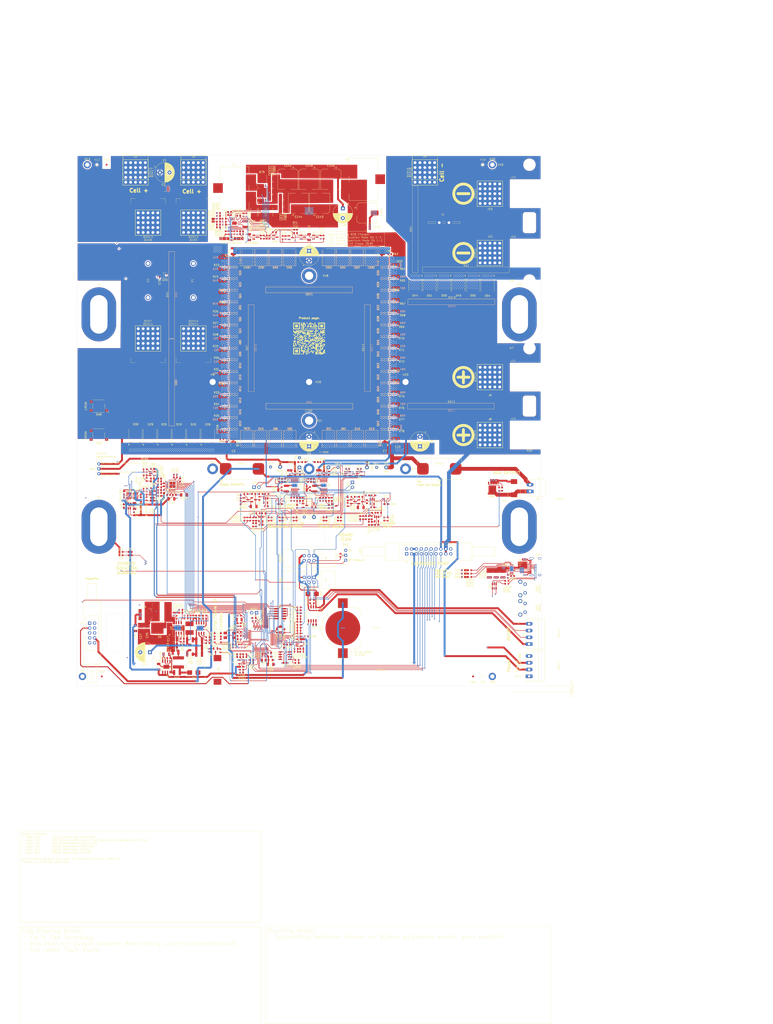
<source format=kicad_pcb>
(kicad_pcb
	(version 20241229)
	(generator "pcbnew")
	(generator_version "9.0")
	(general
		(thickness 1.74)
		(legacy_teardrops no)
	)
	(paper "A2" portrait)
	(layers
		(0 "F.Cu" signal)
		(4 "In1.Cu" signal)
		(6 "In2.Cu" signal)
		(8 "In3.Cu" signal)
		(10 "In4.Cu" signal)
		(2 "B.Cu" signal)
		(9 "F.Adhes" user "F.Adhesive")
		(11 "B.Adhes" user "B.Adhesive")
		(13 "F.Paste" user)
		(15 "B.Paste" user)
		(5 "F.SilkS" user "F.Silkscreen")
		(7 "B.SilkS" user "B.Silkscreen")
		(1 "F.Mask" user)
		(3 "B.Mask" user)
		(17 "Dwgs.User" user "User.Drawings")
		(19 "Cmts.User" user "User.Comments")
		(21 "Eco1.User" user "User.Eco1")
		(23 "Eco2.User" user "User.Eco2")
		(25 "Edge.Cuts" user)
		(27 "Margin" user)
		(31 "F.CrtYd" user "F.Courtyard")
		(29 "B.CrtYd" user "B.Courtyard")
		(35 "F.Fab" user)
		(33 "B.Fab" user)
		(39 "User.1" user)
		(41 "User.2" user "User.2 -Bemaßung")
		(43 "User.3" user "User.3 - Heatsink")
		(45 "User.4" user)
		(47 "User.5" user)
		(49 "User.6" user)
		(51 "User.7" user)
		(53 "User.8" user)
		(55 "User.9" user)
	)
	(setup
		(stackup
			(layer "F.SilkS"
				(type "Top Silk Screen")
			)
			(layer "F.Paste"
				(type "Top Solder Paste")
			)
			(layer "F.Mask"
				(type "Top Solder Mask")
				(color "Red")
				(thickness 0.01)
			)
			(layer "F.Cu"
				(type "copper")
				(thickness 0.07)
			)
			(layer "dielectric 1"
				(type "prepreg")
				(thickness 0.1)
				(material "FR4")
				(epsilon_r 4.5)
				(loss_tangent 0.02)
			)
			(layer "In1.Cu"
				(type "copper")
				(thickness 0.07)
			)
			(layer "dielectric 2"
				(type "core")
				(thickness 0.535)
				(material "FR4")
				(epsilon_r 4.5)
				(loss_tangent 0.02)
			)
			(layer "In2.Cu"
				(type "copper")
				(thickness 0.07)
			)
			(layer "dielectric 3"
				(type "prepreg")
				(thickness 0.1)
				(material "FR4")
				(epsilon_r 4.5)
				(loss_tangent 0.02)
			)
			(layer "In3.Cu"
				(type "copper")
				(thickness 0.035)
			)
			(layer "dielectric 4"
				(type "core")
				(thickness 0.535)
				(material "FR4")
				(epsilon_r 4.5)
				(loss_tangent 0.02)
			)
			(layer "In4.Cu"
				(type "copper")
				(thickness 0.035)
			)
			(layer "dielectric 5"
				(type "prepreg")
				(thickness 0.1)
				(material "FR4")
				(epsilon_r 4.5)
				(loss_tangent 0.02)
			)
			(layer "B.Cu"
				(type "copper")
				(thickness 0.07)
			)
			(layer "B.Mask"
				(type "Bottom Solder Mask")
				(color "Red")
				(thickness 0.01)
			)
			(layer "B.Paste"
				(type "Bottom Solder Paste")
			)
			(layer "B.SilkS"
				(type "Bottom Silk Screen")
			)
			(copper_finish "None")
			(dielectric_constraints no)
		)
		(pad_to_mask_clearance 0)
		(allow_soldermask_bridges_in_footprints no)
		(tenting front back)
		(aux_axis_origin 52.5 395)
		(grid_origin 173 120)
		(pcbplotparams
			(layerselection 0x00000000_00000000_55555555_5755f5ff)
			(plot_on_all_layers_selection 0x00000000_00000000_00000000_00000000)
			(disableapertmacros no)
			(usegerberextensions no)
			(usegerberattributes yes)
			(usegerberadvancedattributes yes)
			(creategerberjobfile yes)
			(dashed_line_dash_ratio 12.000000)
			(dashed_line_gap_ratio 3.000000)
			(svgprecision 4)
			(plotframeref no)
			(mode 1)
			(useauxorigin no)
			(hpglpennumber 1)
			(hpglpenspeed 20)
			(hpglpendiameter 15.000000)
			(pdf_front_fp_property_popups yes)
			(pdf_back_fp_property_popups yes)
			(pdf_metadata yes)
			(pdf_single_document no)
			(dxfpolygonmode yes)
			(dxfimperialunits yes)
			(dxfusepcbnewfont yes)
			(psnegative no)
			(psa4output no)
			(plot_black_and_white yes)
			(sketchpadsonfab no)
			(plotpadnumbers no)
			(hidednponfab no)
			(sketchdnponfab yes)
			(crossoutdnponfab yes)
			(subtractmaskfromsilk no)
			(outputformat 1)
			(mirror no)
			(drillshape 1)
			(scaleselection 1)
			(outputdirectory "")
		)
	)
	(net 0 "")
	(net 1 "Net-(IC1-VIN)")
	(net 2 "GND")
	(net 3 "Net-(IC1-SW)")
	(net 4 "VCC")
	(net 5 "BAT+CONTROLED")
	(net 6 "5V0")
	(net 7 "VREF")
	(net 8 "/analog_measure/Shunt_B")
	(net 9 "/analog_measure/Shunt_A")
	(net 10 "ISENSE_FAST+")
	(net 11 "Net-(Q4-G)")
	(net 12 "/analog_measure/ISENSE_PREZ+")
	(net 13 "Net-(Q5-G)")
	(net 14 "Net-(Q6-G)")
	(net 15 "Net-(Q7-G)")
	(net 16 "Net-(Q8-G)")
	(net 17 "/analog_measure/ISENSE_PREZ-")
	(net 18 "ISENSE_FAST-")
	(net 19 "USENSE_SHUNT_BUF")
	(net 20 "USENSE+_BUF")
	(net 21 "USENSE_SHUNT_BUF-")
	(net 22 "USENSE-_BUF")
	(net 23 "/analog_measure/ISENSE+")
	(net 24 "/OVP_IN")
	(net 25 "/analog_measure/ISENSE-")
	(net 26 "SPI1_MOSI")
	(net 27 "/LVP_IN")
	(net 28 "Net-(IC1-CBOOT)")
	(net 29 "/currentLimitModul/sw_vcc")
	(net 30 "Net-(Q1-G)")
	(net 31 "Net-(Q2-G)")
	(net 32 "Net-(Q3-G)")
	(net 33 "/greenMeter/AUX_EN")
	(net 34 "ADC_START")
	(net 35 "SPI1_MISO")
	(net 36 "/greenMeter/SWCLK")
	(net 37 "/switchControl/CHG_DETECTED")
	(net 38 "/switchControl/LOAD_DETECTED")
	(net 39 "ADC_DRDY")
	(net 40 "ADC_RESET")
	(net 41 "/greenMeter/SWDIO")
	(net 42 "/CHARGE_CONTROL")
	(net 43 "Net-(Q22-G)")
	(net 44 "Net-(Q13-G)")
	(net 45 "Net-(Q14-G)")
	(net 46 "Net-(Q15-G)")
	(net 47 "Net-(Q16-G)")
	(net 48 "/BUS_+5V")
	(net 49 "Net-(J19-Pin_1)")
	(net 50 "Net-(U7-TIMER)")
	(net 51 "/greenMeter/BTN_MODE")
	(net 52 "/BUS_GND")
	(net 53 "/BUS_B")
	(net 54 "/BUS_A")
	(net 55 "/chargeControl/vcc_int")
	(net 56 "/dischargeControl/vcc_int")
	(net 57 "Net-(Q9-G)")
	(net 58 "Net-(Q10-G)")
	(net 59 "Net-(Q11-G)")
	(net 60 "Net-(Q12-G)")
	(net 61 "Net-(U7-ISET)")
	(net 62 "Net-(U7-TGUP)")
	(net 63 "Net-(U7-VCCUV)")
	(net 64 "/LOAD_CONTROL")
	(net 65 "BAT+MEASURED")
	(net 66 "/chargeControl/BST")
	(net 67 "/dischargeControl/BST")
	(net 68 "/U_SENSE+")
	(net 69 "/greenMeter/LVP_SENSE_DIV")
	(net 70 "/greenMeter/OVP_SENSE_DIV")
	(net 71 "/B+Terminal")
	(net 72 "Net-(BZ1--)")
	(net 73 "/greenMeter/Buzzer")
	(net 74 "/chargeControl/~{Fault}")
	(net 75 "/dischargeControl/~{Fault}")
	(net 76 "/I_ctrl")
	(net 77 "~{OC_FAULT}")
	(net 78 "/p_good")
	(net 79 "Net-(U7-VIN)")
	(net 80 "Net-(Q24-G)")
	(net 81 "Net-(Q25-G)")
	(net 82 "Net-(Q26-G)")
	(net 83 "Net-(Q27-G)")
	(net 84 "Net-(Q28-G)")
	(net 85 "Net-(Q29-G)")
	(net 86 "Net-(Q30-G)")
	(net 87 "Net-(Q31-G)")
	(net 88 "Net-(Q32-G)")
	(net 89 "Net-(Q33-G)")
	(net 90 "Net-(Q34-G)")
	(net 91 "Net-(Q35-G)")
	(net 92 "Net-(Q36-G)")
	(net 93 "Net-(Q37-G)")
	(net 94 "Net-(Q38-G)")
	(net 95 "Net-(Q39-G)")
	(net 96 "SWITCH_IN")
	(net 97 "Net-(Q40-G)")
	(net 98 "Net-(Q41-G)")
	(net 99 "Net-(Q42-G)")
	(net 100 "Net-(Q43-G)")
	(net 101 "Net-(Q44-G)")
	(net 102 "Net-(Q45-G)")
	(net 103 "Net-(Q46-G)")
	(net 104 "Net-(Q47-G)")
	(net 105 "Net-(Q48-G)")
	(net 106 "Net-(Q49-G)")
	(net 107 "Net-(Q50-G)")
	(net 108 "Net-(Q51-G)")
	(net 109 "Net-(Q52-G)")
	(net 110 "Net-(Q53-G)")
	(net 111 "Net-(Q54-G)")
	(net 112 "Net-(Q55-G)")
	(net 113 "Net-(Q56-G)")
	(net 114 "Net-(Q57-G)")
	(net 115 "Net-(Q58-G)")
	(net 116 "Net-(Q59-G)")
	(net 117 "Net-(Q60-G)")
	(net 118 "Net-(Q61-G)")
	(net 119 "Net-(Q62-G)")
	(net 120 "Net-(Q63-G)")
	(net 121 "Net-(Q64-G)")
	(net 122 "Net-(Q66-G)")
	(net 123 "/chargeControl/vg")
	(net 124 "/dischargeControl/vg")
	(net 125 "ADC_CS")
	(net 126 "SPI1_SCK")
	(net 127 "Net-(BT1-+)")
	(net 128 "/greenMeter/R1")
	(net 129 "/greenMeter/R2")
	(net 130 "Net-(Q69-C)")
	(net 131 "Net-(Q70-C)")
	(net 132 "Net-(D63-A)")
	(net 133 "Net-(D60-A)")
	(net 134 "Net-(D61-A)")
	(net 135 "Net-(SW1-B)")
	(net 136 "Net-(IC1-COMP)")
	(net 137 "Net-(IC1-ISNS+)")
	(net 138 "Net-(D64-A)")
	(net 139 "Net-(Q17-G)")
	(net 140 "Net-(Q19-G)")
	(net 141 "Net-(Q20-G)")
	(net 142 "Net-(Q21-G)")
	(net 143 "Net-(Q23-G)")
	(net 144 "Net-(Q65-B)")
	(net 145 "Net-(Q67-C)")
	(net 146 "Net-(Q67-B)")
	(net 147 "Net-(Q68-B)")
	(net 148 "Net-(Q68-C)")
	(net 149 "Net-(SW2-B)")
	(net 150 "unconnected-(SW2-A-Pad3)")
	(net 151 "/ltc_charge_current_mon")
	(net 152 "Net-(D65-A)")
	(net 153 "COM")
	(net 154 "/greenMeter/RS485_R_USART2")
	(net 155 "/greenMeter/RS485_D_USART2")
	(net 156 "/greenMeter/RS485_R_USART1")
	(net 157 "/greenMeter/RS485_D_USART1")
	(net 158 "Net-(D62-A)")
	(net 159 "/greenMeter/I2C4_SDA")
	(net 160 "/greenMeter/FDCAN3_RX")
	(net 161 "/greenMeter/I2C4_SCL")
	(net 162 "/greenMeter/FDCAN3_TX")
	(net 163 "/greenMeter/I2C3_SDA")
	(net 164 "/greenMeter/I2C3_SCL")
	(net 165 "/greenMeter/FDCAN2_TX")
	(net 166 "/greenMeter/FDCAN2_RX")
	(net 167 "Net-(Q18-G)")
	(net 168 "/ltc_discharge_current_mon")
	(net 169 "Net-(IC1-FPWM{slash}SYNC)")
	(net 170 "unconnected-(IC1-BIAS-Pad14)")
	(net 171 "Net-(IC1-HO)")
	(net 172 "Net-(IC1-RT)")
	(net 173 "Net-(IC1-IMON{slash}ILIM)")
	(net 174 "/currentLimitModul/buck_en")
	(net 175 "Net-(IC1-LO)")
	(net 176 "Net-(IC1-FB)")
	(net 177 "/greenMeter/LED_ERROR")
	(net 178 "/greenMeter/OVERWRITE_DISCHARGE_CTRL")
	(net 179 "/greenMeter/OVERWRITE_CHARGE_CTRL")
	(net 180 "Net-(JP2-C)")
	(net 181 "Net-(L7-Pad1)")
	(net 182 "Ub")
	(net 183 "Net-(D2-K)")
	(net 184 "Net-(U1-VIN)")
	(net 185 "Net-(U1-BST)")
	(net 186 "Net-(U2-SW)")
	(net 187 "Net-(U2-BST)")
	(net 188 "Net-(C21-Pad1)")
	(net 189 "Net-(U1-FB)")
	(net 190 "Net-(U2-FB)")
	(net 191 "Net-(C22-Pad1)")
	(net 192 "Net-(C24-Pad2)")
	(net 193 "Net-(U3-FILTER)")
	(net 194 "Net-(U4-SS)")
	(net 195 "Net-(J18-Pin_1)")
	(net 196 "Net-(U5-VIN)")
	(net 197 "Net-(U5-TIMER)")
	(net 198 "Net-(U9-PF0)")
	(net 199 "Net-(U9-PC14)")
	(net 200 "Net-(U9-PC15)")
	(net 201 "Net-(U9-VDDA)")
	(net 202 "Net-(U10-V_{OUT})")
	(net 203 "Net-(U14-+)")
	(net 204 "Net-(U14--)")
	(net 205 "Net-(U15--)")
	(net 206 "Net-(U22-+IN)")
	(net 207 "Net-(U23-+IN)")
	(net 208 "Net-(U24-+IN)")
	(net 209 "Net-(C94-Pad2)")
	(net 210 "Net-(Q71-C)")
	(net 211 "Net-(D58-A)")
	(net 212 "Net-(J21-1)")
	(net 213 "unconnected-(H2-Pad1)")
	(net 214 "Net-(J20-Pin_1)")
	(net 215 "Net-(D69-K)")
	(net 216 "Net-(C150-Pad1)")
	(net 217 "Net-(D68-K)")
	(net 218 "Net-(J23-D+-PadA6)")
	(net 219 "Net-(J23-D--PadA7)")
	(net 220 "Net-(J23-CC2)")
	(net 221 "Net-(J23-CC1)")
	(net 222 "unconnected-(J23-SBU1-PadA8)")
	(net 223 "unconnected-(J23-SBU2-PadB8)")
	(net 224 "Net-(JP3-B)")
	(net 225 "Net-(Q71-B)")
	(net 226 "Net-(Q72-C)")
	(net 227 "Net-(Q72-B)")
	(net 228 "Net-(U1-EN{slash}UVLO)")
	(net 229 "Net-(U2-EN{slash}UVLO)")
	(net 230 "Net-(U1-RON)")
	(net 231 "Net-(U2-RON)")
	(net 232 "Net-(R15-Pad2)")
	(net 233 "Net-(U5-ISET)")
	(net 234 "Net-(U5-TGUP)")
	(net 235 "Net-(U5-VCCUV)")
	(net 236 "Net-(U9-PF1)")
	(net 237 "Net-(U9-PA4)")
	(net 238 "Net-(U11-A)")
	(net 239 "Net-(U11-B)")
	(net 240 "Net-(U16--)")
	(net 241 "Net-(U24--IN)")
	(net 242 "Net-(U5-IMON)")
	(net 243 "Net-(U7-IMON)")
	(net 244 "/greenMeter/USB_D-")
	(net 245 "/greenMeter/USB_D+")
	(net 246 "Net-(D70-K)")
	(net 247 "unconnected-(H26-Pad1)")
	(net 248 "Net-(D5-K)")
	(net 249 "Net-(C23-Pad2)")
	(net 250 "Net-(C38-Pad1)")
	(net 251 "Net-(C45-Pad1)")
	(net 252 "Net-(C51-Pad2)")
	(net 253 "Net-(U13-+)")
	(net 254 "Net-(U13--)")
	(net 255 "Net-(U21-+IN)")
	(net 256 "Net-(C96-Pad2)")
	(net 257 "Net-(U25-REFOUT)")
	(net 258 "Net-(U25-CAPN)")
	(net 259 "Net-(U25-CAPP)")
	(net 260 "Net-(U25-BYPASS)")
	(net 261 "Net-(C126-Pad1)")
	(net 262 "Net-(D3-A)")
	(net 263 "Net-(D3-K)")
	(net 264 "Net-(D4-A)")
	(net 265 "Net-(D10-K)")
	(net 266 "unconnected-(D15-NC-Pad2)")
	(net 267 "Net-(D18-K)")
	(net 268 "Net-(D35-K)")
	(net 269 "unconnected-(D40-NC-Pad2)")
	(net 270 "Net-(D43-K)")
	(net 271 "Net-(D56-A1)")
	(net 272 "Net-(D57-A)")
	(net 273 "Net-(D66-A)")
	(net 274 "unconnected-(D66-NC-Pad2)")
	(net 275 "Net-(D67-A)")
	(net 276 "unconnected-(H2-Pad1)_1")
	(net 277 "unconnected-(H3-Pad1)")
	(net 278 "unconnected-(H3-Pad1)_1")
	(net 279 "unconnected-(H4-Pad1)")
	(net 280 "unconnected-(H4-Pad1)_1")
	(net 281 "unconnected-(H6-Pad1)")
	(net 282 "unconnected-(H11-Pad1)")
	(net 283 "unconnected-(H13-Pad1)")
	(net 284 "unconnected-(H18-Pad1)")
	(net 285 "unconnected-(H20-Pad1)")
	(net 286 "Net-(R129-Pad1)")
	(net 287 "Net-(R130-Pad1)")
	(net 288 "Net-(R149-Pad2)")
	(net 289 "Net-(R150-Pad2)")
	(net 290 "Net-(R159-Pad1)")
	(net 291 "Net-(R160-Pad1)")
	(net 292 "Net-(U23--IN)")
	(net 293 "Net-(R180-Pad2)")
	(net 294 "Net-(U26-REF)")
	(net 295 "Net-(U26-REF_RTN)")
	(net 296 "Net-(U26-FAULT)")
	(net 297 "Net-(U26-LD_DET)")
	(net 298 "Net-(U26-UFP)")
	(net 299 "unconnected-(U25-NC-7-Pad25)")
	(net 300 "unconnected-(U25-NC-6-Pad24)")
	(net 301 "unconnected-(U25-NC-8-Pad26)")
	(net 302 "unconnected-(U25-NC-3-Pad21)")
	(net 303 "unconnected-(U25-NC-4-Pad22)")
	(net 304 "unconnected-(U25-NC-9-Pad27)")
	(net 305 "unconnected-(U25-NC-2-Pad20)")
	(net 306 "unconnected-(U25-NC-1-Pad19)")
	(net 307 "unconnected-(U25-NC-5-Pad23)")
	(net 308 "unconnected-(U26-DEBUG-Pad16)")
	(net 309 "unconnected-(U26-POL-Pad18)")
	(net 310 "unconnected-(U26-AUDIO-Pad17)")
	(net 311 "5V2")
	(footprint "TestPoint:TestPoint_THTPad_D2.0mm_Drill1.0mm" (layer "F.Cu") (at 168 281.75))
	(footprint "MountingHole:MountingHole_4.3mm_M4_DIN965_Pad" (layer "F.Cu") (at 173 257.5))
	(footprint "Package_TO_SOT_SMD:SOT-23-5" (layer "F.Cu") (at 91.75 285))
	(footprint "Diode_SMD:D_SMC" (layer "F.Cu") (at 205.5 172.5 90))
	(footprint "Resistor_SMD:R_0603_1608Metric" (layer "F.Cu") (at 195.75 297 180))
	(footprint "Capacitor_SMD:C_0603_1608Metric" (layer "F.Cu") (at 144.5 361.25 180))
	(footprint "Connector_PinHeader_1.27mm:PinHeader_2x05_P1.27mm_Vertical_SMD" (layer "F.Cu") (at 158 357.5 180))
	(footprint "Capacitor_SMD:C_1210_3225Metric" (layer "F.Cu") (at 159.5 141.5))
	(footprint "Capacitor_SMD:C_1210_3225Metric" (layer "F.Cu") (at 163 284.75 -90))
	(footprint "Resistor_SMD:R_0603_1608Metric" (layer "F.Cu") (at 145.5 308.5 90))
	(footprint "Resistor_SMD:R_0603_1608Metric" (layer "F.Cu") (at 139.6625 380 180))
	(footprint "Resistor_SMD:R_0603_1608Metric" (layer "F.Cu") (at 133.5 374.25 90))
	(footprint "Capacitor_SMD:C_1206_3216Metric" (layer "F.Cu") (at 142 162.5 -90))
	(footprint "myHoles:MountingHole9mmSlot" (layer "F.Cu") (at 282 202.5))
	(footprint "myQR:qr_SmartPro209"
		(layer "F.Cu")
		(uuid "07ff2fba-22bd-43bb-a65b-f2262d4d55f7")
		(at 173 215)
		(property "Reference" "GRAPHIC1"
			(at 0 9.75 0)
			(layer "F.SilkS")
			(hide yes)
			(uuid "7c943da7-7c89-4e88-acac-849987225f49")
			(effects
				(font
					(size 1 1)
					(thickness 0.15)
				)
			)
		)
		(property "Value" "QR_Code"
			(at 0 -9.75 0)
			(layer "F.SilkS")
			(hide yes)
			(uuid "140f7f59-b872-4ec0-8f57-8002bc9474da")
			(effects
				(font
					(size 1 1)
					(thickness 0.15)
				)
			)
		)
		(property "Datasheet" ""
			(at 0 0 0)
			(layer "F.Fab")
			(hide yes)
			(uuid "f18e52f1-d205-4414-9e4d-46d03f548a91")
			(effects
				(font
					(size 1.27 1.27)
					(thickness 0.15)
				)
			)
		)
		(property "Description" ""
			(at 0 0 0)
			(layer "F.Fab")
			(hide yes)
			(uuid "add721bb-e397-453c-95b0-3677aa54cca2")
			(effects
				(font
					(size 1.27 1.27)
					(thickness 0.15)
				)
			)
		)
		(property "ECS Art#" ""
			(at 0 0 0)
			(unlocked yes)
			(layer "F.Fab")
			(hide yes)
			(uuid "975f463b-e46e-4417-bc94-8c036da3390e")
			(effects
				(font
					(size 1 1)
					(thickness 0.15)
				)
			)
		)
		(property "HAN" ""
			(at 0 0 0)
			(unlocked yes)
			(layer "F.Fab")
			(hide yes)
			(uuid "a4e78a20-9c2e-4881-93db-89048560e734")
			(effects
				(font
					(size 1 1)
					(thickness 0.15)
				)
			)
		)
		(property "Voltage" ""
			(at 0 0 0)
			(unlocked yes)
			(layer "F.Fab")
			(hide yes)
			(uuid "e867d88b-7fc0-4829-9b62-0d42130517e9")
			(effects
				(font
					(size 1 1)
					(thickness 0.15)
				)
			)
		)
		(property "Toleranz" ""
			(at 0 0 0)
			(unlocked yes)
			(layer "F.Fab")
			(hide yes)
			(uuid "0ec5fa9f-83ac-4353-844c-ad546d569621")
			(effects
				(font
					(size 1 1)
					(thickness 0.15)
				)
			)
		)
		(property "Hersteller" ""
			(at 0 0 0)
			(unlocked yes)
			(layer "F.Fab")
			(hide yes)
			(uuid "26aa9dfd-2f10-4aab-a614-ae7a496e4dfb")
			(effects
				(font
					(size 1 1)
					(thickness 0.15)
				)
			)
		)
		(path "/4875905e-d35e-4049-a6aa-c7869d81fd32/3bd154cd-1a86-44b1-84d1-fd9215abcf7a")
		(sheetname "/bom-parts/")
		(sheetfile "bom_parts.kicad_sch")
		(attr exclude_from_bom)
		(fp_rect
			(start -8.25 -8.25)
			(end -7.75 -7.75)
			(stroke
				(width 0)
				(type default)
			)
			(fill yes)
			(layer "F.SilkS")
			(uuid "dd1637b7-0aad-4d24-9e1e-6294a8f685b6")
		)
		(fp_rect
			(start -8.25 -7.75)
			(end -7.75 -7.25)
			(stroke
				(width 0)
				(type default)
			)
			(fill yes)
			(layer "F.SilkS")
			(uuid "bd7ce588-2606-4aae-9fef-ad84be9ea6b8")
		)
		(fp_rect
			(start -8.25 -7.25)
			(end -7.75 -6.75)
			(stroke
				(width 0)
				(type default)
			)
			(fill yes)
			(layer "F.SilkS")
			(uuid "666fd0a6-1ce9-49e8-8de9-48dc1776518a")
		)
		(fp_rect
			(start -8.25 -6.75)
			(end -7.75 -6.25)
			(stroke
				(width 0)
				(type default)
			)
			(fill yes)
			(layer "F.SilkS")
			(uuid "2caeabaa-00de-46c2-9fc0-0e0af020b6a2")
		)
		(fp_rect
			(start -8.25 -6.25)
			(end -7.75 -5.75)
			(stroke
				(width 0)
				(type default)
			)
			(fill yes)
			(layer "F.SilkS")
			(uuid "88b4d216-f35d-4e9e-948c-df50061531b1")
		)
		(fp_rect
			(start -8.25 -5.75)
			(end -7.75 -5.25)
			(stroke
				(width 0)
				(type default)
			)
			(fill yes)
			(layer "F.SilkS")
			(uuid "e1424009-33d2-4d52-ab83-41c2f6d15acf")
		)
		(fp_rect
			(start -8.25 -5.25)
			(end -7.75 -4.75)
			(stroke
				(width 0)
				(type default)
			)
			(fill yes)
			(layer "F.SilkS")
			(uuid "9d295569-4d35-44eb-a1ca-f1f51a81c0dc")
		)
		(fp_rect
			(start -8.25 -4.25)
			(end -7.75 -3.75)
			(stroke
				(width 0)
				(type default)
			)
			(fill yes)
			(layer "F.SilkS")
			(uuid "11c7d13f-5836-4539-b829-a8f1481775d5")
		)
		(fp_rect
			(start -8.25 -3.75)
			(end -7.75 -3.25)
			(stroke
				(width 0)
				(type default)
			)
			(fill yes)
			(layer "F.SilkS")
			(uuid "cef60a9d-e241-4b47-a89d-81b0621dcad5")
		)
		(fp_rect
			(start -8.25 -2.25)
			(end -7.75 -1.75)
			(stroke
				(width 0)
				(type default)
			)
			(fill yes)
			(layer "F.SilkS")
			(uuid "19539603-6710-4057-80a5-ee95d6d328ed")
		)
		(fp_rect
			(start -8.25 1.25)
			(end -7.75 1.75)
			(stroke
				(width 0)
				(type default)
			)
			(fill yes)
			(layer "F.SilkS")
			(uuid "98f7c412-e9dc-4ee9-89dd-84ece6bfe074")
		)
		(fp_rect
			(start -8.25 2.25)
			(end -7.75 2.75)
			(stroke
				(width 0)
				(type default)
			)
			(fill yes)
			(layer "F.SilkS")
			(uuid "4e72b00b-96d6-44ff-9d59-307e506a7aca")
		)
		(fp_rect
			(start -8.25 2.75)
			(end -7.75 3.25)
			(stroke
				(width 0)
				(type default)
			)
			(fill yes)
			(layer "F.SilkS")
			(uuid "f00c3ed1-495c-45e7-a2d5-80b27c2bafb4")
		)
		(fp_rect
			(start -8.25 3.25)
			(end -7.75 3.75)
			(stroke
				(width 0)
				(type default)
			)
			(fill yes)
			(layer "F.SilkS")
			(uuid "d416d723-ce00-40ee-b774-530fadcf9a5a")
		)
		(fp_rect
			(start -8.25 3.75)
			(end -7.75 4.25)
			(stroke
				(width 0)
				(type default)
			)
			(fill yes)
			(layer "F.SilkS")
			(uuid "859aa222-0c65-4d4c-9067-587b65f7a4b2")
		)
		(fp_rect
			(start -8.25 4.75)
			(end -7.75 5.25)
			(stroke
				(width 0)
				(type default)
			)
			(fill yes)
			(layer "F.SilkS")
			(uuid "11b32d93-d5ec-4a0b-b593-d1c798fc406b")
		)
		(fp_rect
			(start -8.25 5.25)
			(end -7.75 5.75)
			(stroke
				(width 0)
				(type default)
			)
			(fill yes)
			(layer "F.SilkS")
			(uuid "b8ad5bbf-a9c3-441c-bfb8-3ab0a4cc990e")
		)
		(fp_rect
			(start -8.25 5.75)
			(end -7.75 6.25)
			(stroke
				(width 0)
				(type default)
			)
			(fill yes)
			(layer "F.SilkS")
			(uuid "17c965d5-5288-45db-9dc2-e68bc646d2e3")
		)
		(fp_rect
			(start -8.25 6.25)
			(end -7.75 6.75)
			(stroke
				(width 0)
				(type default)
			)
			(fill yes)
			(layer "F.SilkS")
			(uuid "9306c75a-d334-4080-8760-f37d678efea4")
		)
		(fp_rect
			(start -8.25 6.75)
			(end -7.75 7.25)
			(stroke
				(width 0)
				(type default)
			)
			(fill yes)
			(layer "F.SilkS")
			(uuid "5faabc5a-a6c3-4153-93e7-2e24424536f8")
		)
		(fp_rect
			(start -8.25 7.25)
			(end -7.75 7.75)
			(stroke
				(width 0)
				(type default)
			)
			(fill yes)
			(layer "F.SilkS")
			(uuid "cf6d8d41-7a3b-41d0-ba77-af5ef5e03553")
		)
		(fp_rect
			(start -8.25 7.75)
			(end -7.75 8.25)
			(stroke
				(width 0)
				(type default)
			)
			(fill yes)
			(layer "F.SilkS")
			(uuid "ca3687dd-13a2-4046-81e2-3d4498803552")
		)
		(fp_rect
			(start -7.75 -8.25)
			(end -7.25 -7.75)
			(stroke
				(width 0)
				(type default)
			)
			(fill yes)
			(layer "F.SilkS")
			(uuid "5a16f51f-52e2-4eba-8c5b-b30fe5b7abf5")
		)
		(fp_rect
			(start -7.75 -5.25)
			(end -7.25 -4.75)
			(stroke
				(width 0)
				(type default)
			)
			(fill yes)
			(layer "F.SilkS")
			(uuid "66f59117-5133-490c-ac44-0622e99477d3")
		)
		(fp_rect
			(start -7.75 -3.75)
			(end -7.25 -3.25)
			(stroke
				(width 0)
				(type default)
			)
			(fill yes)
			(layer "F.SilkS")
			(uuid "f9e7a90d-c8cb-4ce1-9ab5-9fa3cde5999a")
		)
		(fp_rect
			(start -7.75 -3.25)
			(end -7.25 -2.75)
			(stroke
				(width 0)
				(type default)
			)
			(fill yes)
			(layer "F.SilkS")
			(uuid "9e7d0e4d-0a7c-4601-9c03-308fc4003572")
		)
		(fp_rect
			(start -7.75 -1.75)
			(end -7.25 -1.25)
			(stroke
				(width 0)
				(type default)
			)
			(fill yes)
			(layer "F.SilkS")
			(uuid "7aab36ba-aefe-4d2e-a800-2e8695140e37")
		)
		(fp_rect
			(start -7.75 -0.75)
			(end -7.25 -0.25)
			(stroke
				(width 0)
				(type default)
			)
			(fill yes)
			(layer "F.SilkS")
			(uuid "0bb2db53-4ac4-4c4f-97c8-a584a8407e3f")
		)
		(fp_rect
			(start -7.75 -0.25)
			(end -7.25 0.25)
			(stroke
				(width 0)
				(type default)
			)
			(fill yes)
			(layer "F.SilkS")
			(uuid "2ea6a597-2c8b-4931-918e-947b11bed8c5")
		)
		(fp_rect
			(start -7.75 0.75)
			(end -7.25 1.25)
			(stroke
				(width 0)
				(type default)
			)
			(fill yes)
			(layer "F.SilkS")
			(uuid "482f5d71-6487-4bfb-823e-dfb22313626b")
		)
		(fp_rect
			(start -7.75 1.25)
			(end -7.25 1.75)
			(stroke
				(width 0)
				(type default)
			)
			(fill yes)
			(layer "F.SilkS")
			(uuid "7ff22668-9ba1-4b5a-802e-de3cee4afe33")
		)
		(fp_rect
			(start -7.75 1.75)
			(end -7.25 2.25)
			(stroke
				(width 0)
				(type default)
			)
			(fill yes)
			(layer "F.SilkS")
			(uuid "6f194ea1-282e-40ff-a73e-fe3a5003120f")
		)
		(fp_rect
			(start -7.75 3.75)
			(end -7.25 4.25)
			(stroke
				(width 0)
				(type default)
			)
			(fill yes)
			(layer "F.SilkS")
			(uuid "076cfdbf-26e0-411d-91ac-90f97f81e038")
		)
		(fp_rect
			(start -7.75 4.75)
			(end -7.25 5.25)
			(stroke
				(width 0)
				(type default)
			)
			(fill yes)
			(layer "F.SilkS")
			(uuid "86e6adfe-4e1b-42ea-af99-0e439af28684")
		)
		(fp_rect
			(start -7.75 7.75)
			(end -7.25 8.25)
			(stroke
				(width 0)
				(type default)
			)
			(fill yes)
			(layer "F.SilkS")
			(uuid "ce66f7b7-50a2-4dd4-aaa2-0b7336d4dd7b")
		)
		(fp_rect
			(start -7.25 -8.25)
			(end -6.75 -7.75)
			(stroke
				(width 0)
				(type default)
			)
			(fill yes)
			(layer "F.SilkS")
			(uuid "7a939c29-d964-431f-9a50-55be4072b958")
		)
		(fp_rect
			(start -7.25 -7.25)
			(end -6.75 -6.75)
			(stroke
				(width 0)
				(type default)
			)
			(fill yes)
			(layer "F.SilkS")
			(uuid "df6e5542-8979-4b8c-8bb7-a832089c7a22")
		)
		(fp_rect
			(start -7.25 -6.75)
			(end -6.75 -6.25)
			(stroke
				(width 0)
				(type default)
			)
			(fill yes)
			(layer "F.SilkS")
			(uuid "6a30b425-8655-433f-89d8-eff29558b243")
		)
		(fp_rect
			(start -7.25 -6.25)
			(end -6.75 -5.75)
			(stroke
				(width 0)
				(type default)
			)
			(fill yes)
			(layer "F.SilkS")
			(uuid "65d32f36-53e0-4233-a1ce-73e84c8dd2dd")
		)
		(fp_rect
			(start -7.25 -5.25)
			(end -6.75 -4.75)
			(stroke
				(width 0)
				(type default)
			)
			(fill yes)
			(layer "F.SilkS")
			(uuid "88f4a8de-f3e7-487c-9052-b0b1f2dcfef1")
		)
		(fp_rect
			(start -7.25 -3.75)
			(end -6.75 -3.25)
			(stroke
				(width 0)
				(type default)
			)
			(fill yes)
			(layer "F.SilkS")
			(uuid "5572caa6-5488-4d92-af62-9334e971bd0f")
		)
		(fp_rect
			(start -7.25 -3.25)
			(end -6.75 -2.75)
			(stroke
				(width 0)
				(type default)
			)
			(fill yes)
			(layer "F.SilkS")
			(uuid "692a02a5-cdbf-49f4-a6db-24927c4b9b64")
		)
		(fp_rect
			(start -7.25 -2.75)
			(end -6.75 -2.25)
			(stroke
				(width 0)
				(type default)
			)
			(fill yes)
			(layer "F.SilkS")
			(uuid "e5b2f0c2-5d21-4fb0-8203-634e5bda60c2")
		)
		(fp_rect
			(start -7.25 -1.25)
			(end -6.75 -0.75)
			(stroke
				(width 0)
				(type default)
			)
			(fill yes)
			(layer "F.SilkS")
			(uuid "2848687f-cbed-4750-bb93-f871533c17ee")
		)
		(fp_rect
			(start -7.25 -0.25)
			(end -6.75 0.25)
			(stroke
				(width 0)
				(type default)
			)
			(fill yes)
			(layer "F.SilkS")
			(uuid "ad0d74a4-6ebb-4cb2-a51f-89e184862659")
		)
		(fp_rect
			(start -7.25 1.25)
			(end -6.75 1.75)
			(stroke
				(width 0)
				(type default)
			)
			(fill yes)
			(layer "F.SilkS")
			(uuid "69f4d540-721d-4359-b931-8e6bcc2d413a")
		)
		(fp_rect
			(start -7.25 2.25)
			(end -6.75 2.75)
			(stroke
				(width 0)
				(type default)
			)
			(fill yes)
			(layer "F.SilkS")
			(uuid "95b67d39-22c8-4421-97dd-038cd989db78")
		)
		(fp_rect
			(start -7.25 2.75)
			(end -6.75 3.25)
			(stroke
				(width 0)
				(type default)
			)
			(fill yes)
			(layer "F.SilkS")
			(uuid "b46a6aa1-ce38-4828-8b0a-4578c27eb205")
		)
		(fp_rect
			(start -7.25 3.25)
			(end -6.75 3.75)
			(stroke
				(width 0)
				(type default)
			)
			(fill yes)
			(layer "F.SilkS")
			(uuid "0c462c42-803f-4d29-82ee-fda8b4197273")
		)
		(fp_rect
			(start -7.25 4.75)
			(end -6.75 5.25)
			(stroke
				(width 0)
				(type default)
			)
			(fill yes)
			(layer "F.SilkS")
			(uuid "167299e3-de65-4be8-85ba-7267a378eaad")
		)
		(fp_rect
			(start -7.25 5.75)
			(end -6.75 6.25)
			(stroke
				(width 0)
				(type default)
			)
			(fill yes)
			(layer "F.SilkS")
			(uuid "c424bde0-8b58-4ca8-a638-a14dd7ab8cd8")
		)
		(fp_rect
			(start -7.25 6.25)
			(end -6.75 6.75)
			(stroke
				(width 0)
				(type default)
			)
			(fill yes)
			(layer "F.SilkS")
			(uuid "67517c2e-6ad2-4446-bc34-5700448c3212")
		)
		(fp_rect
			(start -7.25 6.75)
			(end -6.75 7.25)
			(stroke
				(width 0)
				(type default)
			)
			(fill yes)
			(layer "F.SilkS")
			(uuid "e3331834-72bd-4a01-9532-14ecda9c8a37")
		)
		(fp_rect
			(start -7.25 7.75)
			(end -6.75 8.25)
			(stroke
				(width 0)
				(type default)
			)
			(fill yes)
			(layer "F.SilkS")
			(uuid "79ee71bb-0112-43fd-888b-45eae1c453b9")
		)
		(fp_rect
			(start -6.75 -8.25)
			(end -6.25 -7.75)
			(stroke
				(width 0)
				(type default)
			)
			(fill yes)
			(layer "F.SilkS")
			(uuid "23f11214-a976-4a34-99ea-7639331cf276")
		)
		(fp_rect
			(start -6.75 -7.25)
			(end -6.25 -6.75)
			(stroke
				(width 0)
				(type default)
			)
			(fill yes)
			(layer "F.SilkS")
			(uuid "f7757870-f34e-4ad6-bb59-5de376d60a08")
		)
		(fp_rect
			(start -6.75 -6.75)
			(end -6.25 -6.25)
			(stroke
				(width 0)
				(type default)
			)
			(fill yes)
			(layer "F.SilkS")
			(uuid "f115bfdc-fed8-44bc-a88d-9a854a31aefc")
		)
		(fp_rect
			(start -6.75 -6.25)
			(end -6.25 -5.75)
			(stroke
				(width 0)
				(type default)
			)
			(fill yes)
			(layer "F.SilkS")
			(uuid "b91034e0-e8df-4c26-b9f9-88126661b9a1")
		)
		(fp_rect
			(start -6.75 -5.25)
			(end -6.25 -4.75)
			(stroke
				(width 0)
				(type default)
			)
			(fill yes)
			(layer "F.SilkS")
			(uuid "5bfa6979-f191-42c2-875e-1aac0f3275e6")
		)
		(fp_rect
			(start -6.75 -4.25)
			(end -6.25 -3.75)
			(stroke
				(width 0)
				(type default)
			)
			(fill yes)
			(layer "F.SilkS")
			(uuid "2d3eaeff-8fbb-4d34-b3e1-01156af9140d")
		)
		(fp_rect
			(start -6.75 -3.75)
			(end -6.25 -3.25)
			(stroke
				(width 0)
				(type default)
			)
			(fill yes)
			(layer "F.SilkS")
			(uuid "a5b96d8e-fc29-4a37-9890-1faab1089312")
		)
		(fp_rect
			(start -6.75 -3.25)
			(end -6.25 -2.75)
			(stroke
				(width 0)
				(type default)
			)
			(fill yes)
			(layer "F.SilkS")
			(uuid "2ee7657d-369b-43de-8e36-5461d439b98f")
		)
		(fp_rect
			(start -6.75 -1.25)
			(end -6.25 -0.75)
			(stroke
				(width 0)
				(type default)
			)
			(fill yes)
			(layer "F.SilkS")
			(uuid "7bb7e8ea-b6d3-484a-bf53-1a7f51002ad0")
		)
		(fp_rect
			(start -6.75 3.25)
			(end -6.25 3.75)
			(stroke
				(width 0)
				(type default)
			)
			(fill yes)
			(layer "F.SilkS")
			(uuid "d5655712-55e5-4ade-bbd6-9c4b389ff359")
		)
		(fp_rect
			(start -6.75 4.75)
			(end -6.25 5.25)
			(stroke
				(width 0)
				(type default)
			)
			(fill yes)
			(layer "F.SilkS")
			(uuid "9371f9b6-5a03-40f1-9001-bb8a4c03d1c3")
		)
		(fp_rect
			(start -6.75 5.75)
			(end -6.25 6.25)
			(stroke
				(width 0)
				(type default)
			)
			(fill yes)
			(layer "F.SilkS")
			(uuid "50a7cfc5-c69c-45d3-98a9-fe8f94e47f51")
		)
		(fp_rect
			(start -6.75 6.25)
			(end -6.25 6.75)
			(stroke
				(width 0)
				(type default)
			)
			(fill yes)
			(layer "F.SilkS")
			(uuid "dcb7a3ce-fcbc-4458-bbb5-d3835af302a7")
		)
		(fp_rect
			(start -6.75 6.75)
			(end -6.25 7.25)
			(stroke
				(width 0)
				(type default)
			)
			(fill yes)
			(layer "F.SilkS")
			(uuid "d869e6a4-eb85-432a-bf4d-4f9476eb0aed")
		)
		(fp_rect
			(start -6.75 7.75)
			(end -6.25 8.25)
			(stroke
				(width 0)
				(type default)
			)
			(fill yes)
			(layer "F.SilkS")
			(uuid "ccaa45fc-50e2-4107-9e05-80ab0d53fa83")
		)
		(fp_rect
			(start -6.25 -8.25)
			(end -5.75 -7.75)
			(stroke
				(width 0)
				(type default)
			)
			(fill yes)
			(layer "F.SilkS")
			(uuid "333696f5-a9fe-4df1-b048-4e6d7de32db1")
		)
		(fp_rect
			(start -6.25 -7.25)
			(end -5.75 -6.75)
			(stroke
				(width 0)
				(type default)
			)
			(fill yes)
			(layer "F.SilkS")
			(uuid "3f643cdd-3819-4f2f-a36a-aabf4d57c875")
		)
		(fp_rect
			(start -6.25 -6.75)
			(end -5.75 -6.25)
			(stroke
				(width 0)
				(type default)
			)
			(fill yes)
			(layer "F.SilkS")
			(uuid "29336708-547b-499a-bcb7-d4ccbea1b6aa")
		)
		(fp_rect
			(start -6.25 -6.25)
			(end -5.75 -5.75)
			(stroke
				(width 0)
				(type default)
			)
			(fill yes)
			(layer "F.SilkS")
			(uuid "92b73661-ed69-4f45-a226-7fc38eafd21d")
		)
		(fp_rect
			(start -6.25 -5.25)
			(end -5.75 -4.75)
			(stroke
				(width 0)
				(type default)
			)
			(fill yes)
			(layer "F.SilkS")
			(uuid "0f7e799b-d37c-4d34-932c-96666dea7ea9")
		)
		(fp_rect
			(start -6.25 -4.25)
			(end -5.75 -3.75)
			(stroke
				(width 0)
				(type default)
			)
			(fill yes)
			(layer "F.SilkS")
			(uuid "719b2296-d1a1-4f40-a28e-6ef939f557c3")
		)
		(fp_rect
			(start -6.25 -3.75)
			(end -5.75 -3.25)
			(stroke
				(width 0)
				(type default)
			)
			(fill yes)
			(layer "F.SilkS")
			(uuid "719b06f4-b45e-4308-9e73-8ebaf2d9d636")
		)
		(fp_rect
			(start -6.25 -2.75)
			(end -5.75 -2.25)
			(stroke
				(width 0)
				(type default)
			)
			(fill yes)
			(layer "F.SilkS")
			(uuid "7fc55493-32c0-4ead-bc38-e90b9a04d577")
		)
		(fp_rect
			(start -6.25 -2.25)
			(end -5.75 -1.75)
			(stroke
				(width 0)
				(type default)
			)
			(fill yes)
			(layer "F.SilkS")
			(uuid "f1b37404-2726-4723-8b0f-98770002fd9b")
		)
		(fp_rect
			(start -6.25 -1.75)
			(end -5.75 -1.25)
			(stroke
				(width 0)
				(type default)
			)
			(fill yes)
			(layer "F.SilkS")
			(uuid "4d5c4a06-564c-44b5-902c-c4578ec627e6")
		)
		(fp_rect
			(start -6.25 -0.75)
			(end -5.75 -0.25)
			(stroke
				(width 0)
				(type default)
			)
			(fill yes)
			(layer "F.SilkS")
			(uuid "e39213ef-af7f-4279-ad2f-13b0b4456f2f")
		)
		(fp_rect
			(start -6.25 0.25)
			(end -5.75 0.75)
			(stroke
				(width 0)
				(type default)
			)
			(fill yes)
			(layer "F.SilkS")
			(uuid "fdc8877f-4d63-44b7-b649-8f7f02084bee")
		)
		(fp_rect
			(start -6.25 1.25)
			(end -5.75 1.75)
			(stroke
				(width 0)
				(type default)
			)
			(fill yes)
			(layer "F.SilkS")
			(uuid "53e6f3e1-8128-40cc-b63c-b1c802b5aec5")
		)
		(fp_rect
			(start -6.25 1.75)
			(end -5.75 2.25)
			(stroke
				(width 0)
				(type default)
			)
			(fill yes)
			(layer "F.SilkS")
			(uuid "3046efbd-6a4b-4646-a751-fb8c8d1e0704")
		)
		(fp_rect
			(start -6.25 2.25)
			(end -5.75 2.75)
			(stroke
				(width 0)
				(type default)
			)
			(fill yes)
			(layer "F.SilkS")
			(uuid "dabad2f5-675a-47ee-8152-0c97a26ee092")
		)
		(fp_rect
			(start -6.25 4.75)
			(end -5.75 5.25)
			(stroke
				(width 0)
				(type default)
			)
			(fill yes)
			(layer "F.SilkS")
			(uuid "06542714-7410-4b0e-8a0b-ea8f5560234d")
		)
		(fp_rect
			(start -6.25 5.75)
			(end -5.75 6.25)
			(stroke
				(width 0)
				(type default)
			)
			(fill yes)
			(layer "F.SilkS")
			(uuid "34257e6f-f047-4e65-a2b2-43e5782346e3")
		)
		(fp_rect
			(start -6.25 6.25)
			(end -5.75 6.75)
			(stroke
				(width 0)
				(type default)
			)
			(fill yes)
			(layer "F.SilkS")
			(uuid "d5d5646f-ad5d-40aa-87c4-4128f0a1180c")
		)
		(fp_rect
			(start -6.25 6.75)
			(end -5.75 7.25)
			(stroke
				(width 0)
				(type default)
			)
			(fill yes)
			(layer "F.SilkS")
			(uuid "dfea4a85-9f48-4ab9-91db-72040b68c794")
		)
		(fp_rect
			(start -6.25 7.75)
			(end -5.75 8.25)
			(stroke
				(width 0)
				(type default)
			)
			(fill yes)
			(layer "F.SilkS")
			(uuid "6867a290-c379-43a1-a2a2-3f4389812b95")
		)
		(fp_rect
			(start -5.75 -8.25)
			(end -5.25 -7.75)
			(stroke
				(width 0)
				(type default)
			)
			(fill yes)
			(layer "F.SilkS")
			(uuid "50577d54-c1d8-4dcb-bce7-48dabf3fb631")
		)
		(fp_rect
			(start -5.75 -5.25)
			(end -5.25 -4.75)
			(stroke
				(width 0)
				(type default)
			)
			(fill yes)
			(layer "F.SilkS")
			(uuid "c1db6147-74bb-4039-8b7f-fb46395da7d9")
		)
		(fp_rect
			(start -5.75 -4.25)
			(end -5.25 -3.75)
			(stroke
				(width 0)
				(type default)
			)
			(fill yes)
			(layer "F.SilkS")
			(uuid "c963b96f-0bbf-4a9a-9a46-0ca8f392a229")
		)
		(fp_rect
			(start -5.75 -3.75)
			(end -5.25 -3.25)
			(stroke
				(width 0)
				(type default)
			)
			(fill yes)
			(layer "F.SilkS")
			(uuid "26489813-01a7-47dd-b42a-9298e6d9dea6")
		)
		(fp_rect
			(start -5.75 -3.25)
			(end -5.25 -2.75)
			(stroke
				(width 0)
				(type default)
			)
			(fill yes)
			(layer "F.SilkS")
			(uuid "b0bf6586-9b74-43ef-a6ef-e86205e72db3")
		)
		(fp_rect
			(start -5.75 -2.75)
			(end -5.25 -2.25)
			(stroke
				(width 0)
				(type default)
			)
			(fill yes)
			(layer "F.SilkS")
			(uuid "f832f81a-3c34-445e-83e1-ce7e8a99c158")
		)
		(fp_rect
			(start -5.75 -0.75)
			(end -5.25 -0.25)
			(stroke
				(width 0)
				(type default)
			)
			(fill yes)
			(layer "F.SilkS")
			(uuid "e5a0c102-8087-4698-b8d0-67b0eb7a8dfa")
		)
		(fp_rect
			(start -5.75 0.25)
			(end -5.25 0.75)
			(stroke
				(width 0)
				(type default)
			)
			(fill yes)
			(layer "F.SilkS")
			(uuid "1fa38d33-9bfa-4b4e-a64d-2d58fa7da9fa")
		)
		(fp_rect
			(start -5.75 1.25)
			(end -5.25 1.75)
			(stroke
				(width 0)
				(type default)
			)
			(fill yes)
			(layer "F.SilkS")
			(uuid "6a712512-d83d-4725-a993-bb4a7971752e")
		)
		(fp_rect
			(start -5.75 1.75)
			(end -5.25 2.25)
			(stroke
				(width 0)
				(type default)
			)
			(fill yes)
			(layer "F.SilkS")
			(uuid "87d02320-6af3-4b43-a24e-a063da46ef43")
		)
		(fp_rect
			(start -5.75 2.75)
			(end -5.25 3.25)
			(stroke
				(width 0)
				(type default)
			)
			(fill yes)
			(layer "F.SilkS")
			(uuid "2f36a8c4-a299-458f-be28-bac75cd564ef")
		)
		(fp_rect
			(start -5.75 4.75)
			(end -5.25 5.25)
			(stroke
				(width 0)
				(type default)
			)
			(fill yes)
			(layer "F.SilkS")
			(uuid "680f21dc-c81b-412b-9a7d-312337c275ce")
		)
		(fp_rect
			(start -5.75 7.75)
			(end -5.25 8.25)
			(stroke
				(width 0)
				(type default)
			)
			(fill yes)
			(layer "F.SilkS")
			(uuid "42799da8-5529-4a7b-90c7-8ddb40156b31")
		)
		(fp_rect
			(start -5.25 -8.25)
			(end -4.75 -7.75)
			(stroke
				(width 0)
				(type default)
			)
			(fill yes)
			(layer "F.SilkS")
			(uuid "3a374276-2fc0-4b24-a3d3-dfb86be3c93c")
		)
		(fp_rect
			(start -5.25 -7.75)
			(end -4.75 -7.25)
			(stroke
				(width 0)
				(type default)
			)
			(fill yes)
			(layer "F.SilkS")
			(uuid "60382667-c058-4783-bcd9-1819f85cff11")
		)
		(fp_rect
			(start -5.25 -7.25)
			(end -4.75 -6.75)
			(stroke
				(width 0)
				(type default)
			)
			(fill yes)
			(layer "F.SilkS")
			(uuid "84115e7d-da17-4973-b58f-6e65b6cc98dc")
		)
		(fp_rect
			(start -5.25 -6.75)
			(end -4.75 -6.25)
			(stroke
				(width 0)
				(type default)
			)
			(fill yes)
			(layer "F.SilkS")
			(uuid "a224eb7c-fd17-4625-83c1-4b3d24d774eb")
		)
		(fp_rect
			(start -5.25 -6.25)
			(end -4.75 -5.75)
			(stroke
				(width 0)
				(type default)
			)
			(fill yes)
			(layer "F.SilkS")
			(uuid "bd2e82a7-eca9-4db1-aff7-4096c5ba9d13")
		)
		(fp_rect
			(start -5.25 -5.75)
			(end -4.75 -5.25)
			(stroke
				(width 0)
				(type default)
			)
			(fill yes)
			(layer "F.SilkS")
			(uuid "818ff33a-60fc-4cd0-b163-2ba741395ba4")
		)
		(fp_rect
			(start -5.25 -5.25)
			(end -4.75 -4.75)
			(stroke
				(width 0)
				(type default)
			)
			(fill yes)
			(layer "F.SilkS")
			(uuid "59adb94f-d00d-4cd2-8115-e816759bad24")
		)
		(fp_rect
			(start -5.25 -4.25)
			(end -4.75 -3.75)
			(stroke
				(width 0)
				(type default)
			)
			(fill yes)
			(layer "F.SilkS")
			(uuid "fbaf6aa2-27b0-482e-b46b-3a54b11b2177")
		)
		(fp_rect
			(start -5.25 -3.25)
			(end -4.75 -2.75)
			(stroke
				(width 0)
				(type default)
			)
			(fill yes)
			(layer "F.SilkS")
			(uuid "555c46b6-2b61-4daf-b7c7-8d93562d1d49")
		)
		(fp_rect
			(start -5.25 -2.25)
			(end -4.75 -1.75)
			(stroke
				(width 0)
				(type default)
			)
			(fill yes)
			(layer "F.SilkS")
			(uuid "eae886d6-8b7d-494e-aa5c-99d3b52ded82")
		)
		(fp_rect
			(start -5.25 -1.25)
			(end -4.75 -0.75)
			(stroke
				(width 0)
				(type default)
			)
			(fill yes)
			(layer "F.SilkS")
			(uuid "a48c6e78-ebe1-4a09-90bf-1ea6a1de2712")
		)
		(fp_rect
			(start -5.25 -0.25)
			(end -4.75 0.25)
			(stroke
				(width 0)
				(type default)
			)
			(fill yes)
			(layer "F.SilkS")
			(uuid "35730c4a-e6bd-4914-9eb9-03f5dabfcdbf")
		)
		(fp_rect
			(start -5.25 0.75)
			(end -4.75 1.25)
			(stroke
				(width 0)
				(type default)
			)
			(fill yes)
			(layer "F.SilkS")
			(uuid "a854c470-ed38-4d06-ba1d-a8b42a330b43")
		)
		(fp_rect
			(start -5.25 1.75)
			(end -4.75 2.25)
			(stroke
				(width 0)
				(type default)
			)
			(fill yes)
			(layer "F.SilkS")
			(uuid "46606483-cc29-4446-b368-339288fd236e")
		)
		(fp_rect
			(start -5.25 2.75)
			(end -4.75 3.25)
			(stroke
				(width 0)
				(type default)
			)
			(fill yes)
			(layer "F.SilkS")
			(uuid "410820a5-8858-4692-b5b8-3b9f7cf9ffc9")
		)
		(fp_rect
			(start -5.25 3.75)
			(end -4.75 4.25)
			(stroke
				(width 0)
				(type default)
			)
			(fill yes)
			(layer "F.SilkS")
			(uuid "a630eb58-3454-448a-bbb6-46d56d6ea46f")
		)
		(fp_rect
			(start -5.25 4.75)
			(end -4.75 5.25)
			(stroke
				(width 0)
				(type default)
			)
			(fill yes)
			(layer "F.SilkS")
			(uuid "854521c4-f819-47b2-9e53-cf4be95150ec")
		)
		(fp_rect
			(start -5.25 5.25)
			(end -4.75 5.75)
			(stroke
				(width 0)
				(type default)
			)
			(fill yes)
			(layer "F.SilkS")
			(uuid "328c409c-9c88-4287-a873-bb8c4c9287aa")
		)
		(fp_rect
			(start -5.25 5.75)
			(end -4.75 6.25)
			(stroke
				(width 0)
				(type default)
			)
			(fill yes)
			(layer "F.SilkS")
			(uuid "d292721c-cf44-4712-8314-220e69e857b5")
		)
		(fp_rect
			(start -5.25 6.25)
			(end -4.75 6.75)
			(stroke
				(width 0)
				(type default)
			)
			(fill yes)
			(layer "F.SilkS")
			(uuid "f716148e-1d16-4383-bb19-a9e8c32879ad")
		)
		(fp_rect
			(start -5.25 6.75)
			(end -4.75 7.25)
			(stroke
				(width 0)
				(type default)
			)
			(fill yes)
			(layer "F.SilkS")
			(uuid "b44f9198-3a78-4f12-b300-00cc5b087a2d")
		)
		(fp_rect
			(start -5.25 7.25)
			(end -4.75 7.75)
			(stroke
				(width 0)
				(type default)
			)
			(fill yes)
			(layer "F.SilkS")
			(uuid "68f2ccf8-5a22-4b01-9eb7-5e2bde2f5393")
		)
		(fp_rect
			(start -5.25 7.75)
			(end -4.75 8.25)
			(stroke
				(width 0)
				(type default)
			)
			(fill yes)
			(layer "F.SilkS")
			(uuid "a1d4d50b-a8f3-4bf9-baed-f6176050a792")
		)
		(fp_rect
			(start -4.75 -4.25)
			(end -4.25 -3.75)
			(stroke
				(width 0)
				(type default)
			)
			(fill yes)
			(layer "F.SilkS")
			(uuid "6792195f-0a3b-4c67-8616-a92455da04b1")
		)
		(fp_rect
			(start -4.75 -3.75)
			(end -4.25 -3.25)
			(stroke
				(width 0)
				(type default)
			)
			(fill yes)
			(layer "F.SilkS")
			(uuid "5c34a932-97aa-43cd-b1b2-66ace61c330c")
		)
		(fp_rect
			(start -4.75 -3.25)
			(end -4.25 -2.75)
			(stroke
				(width 0)
				(type default)
			)
			(fill yes)
			(layer "F.SilkS")
			(uuid "acb624e7-15c7-4654-a5e6-508eee72d865")
		)
		(fp_rect
			(start -4.75 -1.75)
			(end -4.25 -1.25)
			(stroke
				(width 0)
				(type default)
			)
			(fill yes)
			(layer "F.SilkS")
			(uuid "0a9a1394-5f57-48bd-b32e-6025effb5a53")
		)
		(fp_rect
			(start -4.75 -1.25)
			(end -4.25 -0.75)
			(stroke
				(width 0)
				(type default)
			)
			(fill yes)
			(layer "F.SilkS")
			(uuid "37775a5f-e710-47a2-9648-565758a88b91")
		)
		(fp_rect
			(start -4.75 -0.75)
			(end -4.25 -0.25)
			(stroke
				(width 0)
				(type default)
			)
			(fill yes)
			(layer "F.SilkS")
			(uuid "81e93697-c154-4309-b2d6-3927e36c231a")
		)
		(fp_rect
			(start -4.75 0.25)
			(end -4.25 0.75)
			(stroke
				(width 0)
				(type default)
			)
			(fill yes)
			(layer "F.SilkS")
			(uuid "d7df33b7-c98b-4fbf-a333-2fd90fca51a4")
		)
		(fp_rect
			(start -4.75 0.75)
			(end -4.25 1.25)
			(stroke
				(width 0)
				(type default)
			)
			(fill yes)
			(layer "F.SilkS")
			(uuid "bf306941-6777-4cb9-8787-d89d120f1448")
		)
		(fp_rect
			(start -4.75 1.75)
			(end -4.25 2.25)
			(stroke
				(width 0)
				(type default)
			)
			(fill yes)
			(layer "F.SilkS")
			(uuid "b1cb0617-33b0-4506-9d32-f73111007f8b")
		)
		(fp_rect
			(start -4.75 3.25)
			(end -4.25 3.75)
			(stroke
				(width 0)
				(type default)
			)
			(fill yes)
			(layer "F.SilkS")
			(uuid "09f7d34c-4ab3-4275-8808-3ccde5aeb8ab")
		)
		(fp_rect
			(start -4.25 -8.25)
			(end -3.75 -7.75)
			(stroke
				(width 0)
				(type default)
			)
			(fill yes)
			(layer "F.SilkS")
			(uuid "e1405eef-b02f-40a9-8726-b0ef5a45d7b8")
		)
		(fp_rect
			(start -4.25 -7.75)
			(end -3.75 -7.25)
			(stroke
				(width 0)
				(type default)
			)
			(fill yes)
			(layer "F.SilkS")
			(uuid "8e6a9980-1172-4d97-b020-a4ed952e361f")
		)
		(fp_rect
			(start -4.25 -7.25)
			(end -3.75 -6.75)
			(stroke
				(width 0)
				(type default)
			)
			(fill yes)
			(layer "F.SilkS")
			(uuid "576d9a0f-909a-457f-a25a-aa16d7c35ea7")
		)
		(fp_rect
			(start -4.25 -6.25)
			(end -3.75 -5.75)
			(stroke
				(width 0)
				(type default)
			)
			(fill yes)
			(layer "F.SilkS")
			(uuid "b6512fb2-c3a7-4320-9a0c-044e57250fd5")
		)
		(fp_rect
			(start -4.25 -5.25)
			(end -3.75 -4.75)
			(stroke
				(width 0)
				(type default)
			)
			(fill yes)
			(layer "F.SilkS")
			(uuid "d3cbdff2-c740-488c-8af1-e39fdb36c97c")
		)
		(fp_rect
			(start -4.25 -4.25)
			(end -3.75 -3.75)
			(stroke
				(width 0)
				(type default)
			)
			(fill yes)
			(layer "F.SilkS")
			(uuid "b6e972cc-10e2-4d8b-9708-8dc8271581c0")
		)
		(fp_rect
			(start -4.25 -3.75)
			(end -3.75 -3.25)
			(stroke
				(width 0)
				(type default)
			)
			(fill yes)
			(layer "F.SilkS")
			(uuid "a1a1ae11-85ba-452f-bb06-1214bc125c3a")
		)
		(fp_rect
			(start -4.25 -1.75)
			(end -3.75 -1.25)
			(stroke
				(width 0)
				(type default)
			)
			(fill yes)
			(layer "F.SilkS")
			(uuid "4981f86f-3ad6-4945-a087-32730b8dc135")
		)
		(fp_rect
			(start -4.25 -1.25)
			(end -3.75 -0.75)
			(stroke
				(width 0)
				(type default)
			)
			(fill yes)
			(layer "F.SilkS")
			(uuid "0e87b5c5-44f4-4729-a9bd-aef5cace962c")
		)
		(fp_rect
			(start -4.25 -0.75)
			(end -3.75 -0.25)
			(stroke
				(width 0)
				(type default)
			)
			(fill yes)
			(layer "F.SilkS")
			(uuid "1c63e523-c8a9-4038-952c-b61c449d25a8")
		)
		(fp_rect
			(start -4.25 0.25)
			(end -3.75 0.75)
			(stroke
				(width 0)
				(type default)
			)
			(fill yes)
			(layer "F.SilkS")
			(uuid "caa58d6d-868f-465b-b417-14250515e35d")
		)
		(fp_rect
			(start -4.25 0.75)
			(end -3.75 1.25)
			(stroke
				(width 0)
				(type default)
			)
			(fill yes)
			(layer "F.SilkS")
			(uuid "79a64ae1-11f7-4ff5-8192-6ef6920f6305")
		)
		(fp_rect
			(start -4.25 2.25)
			(end -3.75 2.75)
			(stroke
				(width 0)
				(type default)
			)
			(fill yes)
			(layer "F.SilkS")
			(uuid "12186a8a-d58d-40b0-a3e3-bc22d57389e3")
		)
		(fp_rect
			(start -4.25 3.75)
			(end -3.75 4.25)
			(stroke
				(width 0)
				(type default)
			)
			(fill yes)
			(layer "F.SilkS")
			(uuid "a0b71bbb-862a-4ba7-bcf7-51237702e331")
		)
		(fp_rect
			(start -4.25 4.25)
			(end -3.75 4.75)
			(stroke
				(width 0)
				(type default)
			)
			(fill yes)
			(layer "F.SilkS")
			(uuid "5a5d81f1-2243-4778-8510-f5d5d1ddba86")
		)
		(fp_rect
			(start -4.25 4.75)
			(end -3.75 5.25)
			(stroke
				(width 0)
				(type default)
			)
			(fill yes)
			(layer "F.SilkS")
			(uuid "92ff5238-8e2d-4d50-8a0b-5f6fb57ff15d")
		)
		(fp_rect
			(start -4.25 5.25)
			(end -3.75 5.75)
			(stroke
				(width 0)
				(type default)
			)
			(fill yes)
			(layer "F.SilkS")
			(uuid "5a95892e-0b33-4cd6-9527-4fb1ca9a02d3")
		)
		(fp_rect
			(start -4.25 5.75)
			(end -3.75 6.25)
			(stroke
				(width 0)
				(type default)
			)
			(fill yes)
			(layer "F.SilkS")
			(uuid "432fcb6c-6436-4748-a349-387a0747af78")
		)
		(fp_rect
			(start -4.25 6.25)
			(end -3.75 6.75)
			(stroke
				(width 0)
				(type default)
			)
			(fill yes)
			(layer "F.SilkS")
			(uuid "d5f0b963-36a6-4206-af7c-00713da5bb6b")
		)
		(fp_rect
			(start -4.25 7.75)
			(end -3.75 8.25)
			(stroke
				(width 0)
				(type default)
			)
			(fill yes)
			(layer "F.SilkS")
			(uuid "7f4b1915-a343-47dd-996a-13c2279b4bbf")
		)
		(fp_rect
			(start -3.75 -7.25)
			(end -3.25 -6.75)
			(stroke
				(width 0)
				(type default)
			)
			(fill yes)
			(layer "F.SilkS")
			(uuid "2434fb2e-dddc-4aa2-a5ce-f5328c18224d")
		)
		(fp_rect
			(start -3.75 -6.75)
			(end -3.25 -6.25)
			(stroke
				(width 0)
				(type default)
			)
			(fill yes)
			(layer "F.SilkS")
			(uuid "07871d6d-23b6-4718-8263-0c03506fef30")
		)
		(fp_rect
			(start -3.75 -5.75)
			(end -3.25 -5.25)
			(stroke
				(width 0)
				(type default)
			)
			(fill yes)
			(layer "F.SilkS")
			(uuid "f76f5704-566b-4fc5-999f-e3cfea7d99e5")
		)
		(fp_rect
			(start -3.75 -4.75)
			(end -3.25 -4.25)
			(stroke
				(width 0)
				(type default)
			)
			(fill yes)
			(layer "F.SilkS")
			(uuid "ab5e7851-e16d-410d-b951-acdcf42f51cf")
		)
		(fp_rect
			(start -3.75 -3.75)
			(end -3.25 -3.25)
			(stroke
				(width 0)
				(type default)
			)
			(fill yes)
			(layer "F.SilkS")
			(uuid "08b5af18-0393-4529-b6e4-05e621fb7d69")
		)
		(fp_rect
			(start -3.75 -3.25)
			(end -3.25 -2.75)
			(stroke
				(width 0)
				(type default)
			)
			(fill yes)
			(layer "F.SilkS")
			(uuid "f2b4f0e6-66e8-4219-8765-b29155c35dd3")
		)
		(fp_rect
			(start -3.75 -1.25)
			(end -3.25 -0.75)
			(stroke
				(width 0)
				(type default)
			)
			(fill yes)
			(layer "F.SilkS")
			(uuid "ec3834a7-fdd0-4d59-8d44-124de0d9712e")
		)
		(fp_rect
			(start -3.75 -0.75)
			(end -3.25 -0.25)
			(stroke
				(width 0)
				(type default)
			)
			(fill yes)
			(layer "F.SilkS")
			(uuid "95488fe3-1a84-4184-9d53-e3e2b3c271e3")
		)
		(fp_rect
			(start -3.75 -0.25)
			(end -3.25 0.25)
			(stroke
				(width 0)
				(type default)
			)
			(fill yes)
			(layer "F.SilkS")
			(uuid "28f6ba4a-2251-47e2-a433-32e6687668af")
		)
		(fp_rect
			(start -3.75 0.25)
			(end -3.25 0.75)
			(stroke
				(width 0)
				(type default)
			)
			(fill yes)
			(layer "F.SilkS")
			(uuid "3740f1a1-cde4-4b98-9104-38139229485a")
		)
		(fp_rect
			(start -3.75 1.25)
			(end -3.25 1.75)
			(stroke
				(width 0)
				(type default)
			)
			(fill yes)
			(layer "F.SilkS")
			(uuid "54a27f21-1c92-4c2c-9df5-36da7d872047")
		)
		(fp_rect
			(start -3.75 1.75)
			(end -3.25 2.25)
			(stroke
				(width 0)
				(type default)
			)
			(fill yes)
			(layer "F.SilkS")
			(uuid "62f4eb40-def4-4712-9551-0cce068569c5")
		)
		(fp_rect
			(start -3.75 2.25)
			(end -3.25 2.75)
			(stroke
				(width 0)
				(type default)
			)
			(fill yes)
			(layer "F.SilkS")
			(uuid "7b7370e3-9431-4600-aae5-544ac70f6959")
		)
		(fp_rect
			(start -3.75 3.25)
			(end -3.25 3.75)
			(stroke
				(width 0)
				(type default)
			)
			(fill yes)
			(layer "F.SilkS")
			(uuid "8b5b0ce8-49b2-44cf-9255-f8ef44e18807")
		)
		(fp_rect
			(start -3.75 4.25)
			(end -3.25 4.75)
			(stroke
				(width 0)
				(type default)
			)
			(fill yes)
			(layer "F.SilkS")
			(uuid "30438ee7-bb89-40e7-8dd4-800bb7cc7b60")
		)
		(fp_rect
			(start -3.75 4.75)
			(end -3.25 5.25)
			(stroke
				(width 0)
				(type default)
			)
			(fill yes)
			(layer "F.SilkS")
			(uuid "f321f23f-e20c-4b43-aaae-9489db0c99b9")
		)
		(fp_rect
			(start -3.75 5.75)
			(end -3.25 6.25)
			(stroke
				(width 0)
				(type default)
			)
			(fill yes)
			(layer "F.SilkS")
			(uuid "3e4d369e-ec0d-47e5-84b7-04898e62bfbf")
		)
		(fp_rect
			(start -3.75 6.25)
			(end -3.25 6.75)
			(stroke
				(width 0)
				(type default)
			)
			(fill yes)
			(layer "F.SilkS")
			(uuid "9b68f35e-aff2-4534-aaad-8ae494fde9cc")
		)
		(fp_rect
			(start -3.25 -8.25)
			(end -2.75 -7.75)
			(stroke
				(width 0)
				(type default)
			)
			(fill yes)
			(layer "F.SilkS")
			(uuid "f39e4ef5-f91b-46e3-a8e5-c877f344dfde")
		)
		(fp_rect
			(start -3.25 -7.75)
			(end -2.75 -7.25)
			(stroke
				(width 0)
				(type default)
			)
			(fill yes)
			(layer "F.SilkS")
			(uuid "6b8efbfc-058a-4e3f-9b8a-e8b7af3869b9")
		)
		(fp_rect
			(start -3.25 -7.25)
			(end -2.75 -6.75)
			(stroke
				(width 0)
				(type default)
			)
			(fill yes)
			(layer "F.SilkS")
			(uuid "9a74b58a-1414-4658-ba1e-80e31d49a5d7")
		)
		(fp_rect
			(start -3.25 -6.75)
			(end -2.75 -6.25)
			(stroke
				(width 0)
				(type default)
			)
			(fill yes)
			(layer "F.SilkS")
			(uuid "5eb82279-9ade-40ea-b979-21ddcf6c51c4")
		)
		(fp_rect
			(start -3.25 -6.25)
			(end -2.75 -5.75)
			(stroke
				(width 0)
				(type default)
			)
			(fill yes)
			(layer "F.SilkS")
			(uuid "555ed208-1f9b-4dd0-86c6-e7e7ac26101e")
		)
		(fp_rect
			(start -3.25 -5.75)
			(end -2.75 -5.25)
			(stroke
				(width 0)
				(type default)
			)
			(fill yes)
			(layer "F.SilkS")
			(uuid "10795fc3-359d-42ea-af0d-f07ff94d86a7")
		)
		(fp_rect
			(start -3.25 -5.25)
			(end -2.75 -4.75)
			(stroke
				(width 0)
				(type default)
			)
			(fill yes)
			(layer "F.SilkS")
			(uuid "04e48ac5-251c-40c2-aa03-f32341264c72")
		)
		(fp_rect
			(start -3.25 -4.75)
			(end -2.75 -4.25)
			(stroke
				(width 0)
				(type default)
			)
			(fill yes)
			(layer "F.SilkS")
			(uuid "07f6def1-5e19-461f-8c70-e8ddaf247216")
		)
		(fp_rect
			(start -3.25 -3.75)
			(end -2.75 -3.25)
			(stroke
				(width 0)
				(type default)
			)
			(fill yes)
			(layer "F.SilkS")
			(uuid "f0338082-b5d9-4ad6-84f3-a7e46b95c73f")
		)
		(fp_rect
			(start -3.25 -3.25)
			(end -2.75 -2.75)
			(stroke
				(width 0)
				(type default)
			)
			(fill yes)
			(layer "F.SilkS")
			(uuid "948aafde-c88f-41f4-8044-dbfa161b5ee2")
		)
		(fp_rect
			(start -3.25 -2.75)
			(end -2.75 -2.25)
			(stroke
				(width 0)
				(type default)
			)
			(fill yes)
			(layer "F.SilkS")
			(uuid "19729e64-2bcd-44a1-adb1-d487293bbf91")
		)
		(fp_rect
			(start -3.25 -0.75)
			(end -2.75 -0.25)
			(stroke
				(width 0)
				(type default)
			)
			(fill yes)
			(layer "F.SilkS")
			(uuid "59516b65-e4bf-4fbc-96a1-d084f956e056")
		)
		(fp_rect
			(start -3.25 0.25)
			(end -2.75 0.75)
			(stroke
				(width 0)
				(type default)
			)
			(fill yes)
			(layer "F.SilkS")
			(uuid "59da2e7c-f7bb-4aa1-85b4-050e5bfc2181")
		)
		(fp_rect
			(start -3.25 2.25)
			(end -2.75 2.75)
			(stroke
				(width 0)
				(type default)
			)
			(fill yes)
			(layer "F.SilkS")
			(uuid "c4b6d3f1-a13d-4476-8c88-f80dfb4c8301")
		)
		(fp_rect
			(start -3.25 3.25)
			(end -2.75 3.75)
			(stroke
				(width 0)
				(type default)
			)
			(fill yes)
			(layer "F.SilkS")
			(uuid "75ee5475-8cee-4234-8a96-88315f2be112")
		)
		(fp_rect
			(start -3.25 3.75)
			(end -2.75 4.25)
			(stroke
				(width 0)
				(type default)
			)
			(fill yes)
			(layer "F.SilkS")
			(uuid "2bfc84a9-4890-4dd1-801f-c57f76a6140d")
		)
		(fp_rect
			(start -3.25 6.25)
			(end -2.75 6.75)
			(stroke
				(width 0)
				(type default)
			)
			(fill yes)
			(layer "F.SilkS")
			(uuid "d2cd7383-b451-4ba7-aa13-83accbe7acd6")
		)
		(fp_rect
			(start -3.25 6.75)
			(end -2.75 7.25)
			(stroke
				(width 0)
				(type default)
			)
			(fill yes)
			(layer "F.SilkS")
			(uuid "c50f6210-cefc-48d6-8ccd-8b683be222bf")
		)
		(fp_rect
			(start -3.25 7.25)
			(end -2.75 7.75)
			(stroke
				(width 0)
				(type default)
			)
			(fill yes)
			(layer "F.SilkS")
			(uuid "e998a8f9-fb01-4ac7-931b-bdd2d8f72e8d")
		)
		(fp_rect
			(start -3.25 7.75)
			(end -2.75 8.25)
			(stroke
				(width 0)
				(type default)
			)
			(fill yes)
			(layer "F.SilkS")
			(uuid "e4507097-aef1-41b3-a93f-37efed391838")
		)
		(fp_rect
			(start -2.75 -8.25)
			(end -2.25 -7.75)
			(stroke
				(width 0)
				(type default)
			)
			(fill yes)
			(layer "F.SilkS")
			(uuid "27de22c1-051a-40e9-bc28-616695ae4e5b")
		)
		(fp_rect
			(start -2.75 -7.75)
			(end -2.25 -7.25)
			(stroke
				(width 0)
				(type default)
			)
			(fill yes)
			(layer "F.SilkS")
			(uuid "60063c97-9ba2-46a9-9abe-19176e5e0b29")
		)
		(fp_rect
			(start -2.75 -6.25)
			(end -2.25 -5.75)
			(stroke
				(width 0)
				(type default)
			)
			(fill yes)
			(layer "F.SilkS")
			(uuid "7ee07c8a-db18-4b14-a4b6-fe09c594495e")
		)
		(fp_rect
			(start -2.75 -4.25)
			(end -2.25 -3.75)
			(stroke
				(width 0)
				(type default)
			)
			(fill yes)
			(layer "F.SilkS")
			(uuid "10578ea8-2ff2-475b-bb88-4666ca47f487")
		)
		(fp_rect
			(start -2.75 -3.25)
			(end -2.25 -2.75)
			(stroke
				(width 0)
				(type default)
			)
			(fill yes)
			(layer "F.SilkS")
			(uuid "c9c09a03-feed-43d2-ac82-18695cebeaef")
		)
		(fp_rect
			(start -2.75 -2.75)
			(end -2.25 -2.25)
			(stroke
				(width 0)
				(type default)
			)
			(fill yes)
			(layer "F.SilkS")
			(uuid "36bfe220-27a1-477a-875b-368ac4d6286c")
		)
		(fp_rect
			(start -2.75 -1.75)
			(end -2.25 -1.25)
			(stroke
				(width 0)
				(type default)
			)
			(fill yes)
			(layer "F.SilkS")
			(uuid "02ab72e1-1d97-4d28-b392-a8c7978eb31a")
		)
		(fp_rect
			(start -2.75 -1.25)
			(end -2.25 -0.75)
			(stroke
				(width 0)
				(type default)
			)
			(fill yes)
			(layer "F.SilkS")
			(uuid "5c15b2a6-a3b2-4c55-a88a-845a49672dfb")
		)
		(fp_rect
			(start -2.75 1.25)
			(end -2.25 1.75)
			(stroke
				(width 0)
				(type default)
			)
			(fill yes)
			(layer "F.SilkS")
			(uuid "6cb8b00f-f491-40fa-8db8-9f78b8a5f68a")
		)
		(fp_rect
			(start -2.75 2.25)
			(end -2.25 2.75)
			(stroke
				(width 0)
				(type default)
			)
			(fill yes)
			(layer "F.SilkS")
			(uuid "231fda2b-a635-4510-b748-d034d9bc16e8")
		)
		(fp_rect
			(start -2.75 2.75)
			(end -2.25 3.25)
			(stroke
				(width 0)
				(type default)
			)
			(fill yes)
			(layer "F.SilkS")
			(uuid "560cbdcc-5bde-47e8-8b63-59ef881a0d2a")
		)
		(fp_rect
			(start -2.75 4.75)
			(end -2.25 5.25)
			(stroke
				(width 0)
				(type default)
			)
			(fill yes)
			(layer "F.SilkS")
			(uuid "629d3dbf-a9e5-4892-81f3-2fdf6211f145")
		)
		(fp_rect
			(start -2.75 5.75)
			(end -2.25 6.25)
			(stroke
				(width 0)
				(type default)
			)
			(fill yes)
			(layer "F.SilkS")
			(uuid "af2c3291-b10c-438d-a5af-3d26cc1a2ae0")
		)
		(fp_rect
			(start -2.75 6.25)
			(end -2.25 6.75)
			(stroke
				(width 0)
				(type default)
			)
			(fill yes)
			(layer "F.SilkS")
			(uuid "01be4e9c-680f-49ed-bfea-eb968627d548")
		)
		(fp_rect
			(start -2.75 6.75)
			(end -2.25 7.25)
			(stroke
				(width 0)
				(type default)
			)
			(fill yes)
			(layer "F.SilkS")
			(uuid "42c4cc76-3063-4391-b10e-7248cf6b3199")
		)
		(fp_rect
			(start -2.25 -7.75)
			(end -1.75 -7.25)
			(stroke
				(width 0)
				(type default)
			)
			(fill yes)
			(layer "F.SilkS")
			(uuid "f5c91002-f089-4c5f-8c80-6ba9573ef5d9")
		)
		(fp_rect
			(start -2.25 -7.25)
			(end -1.75 -6.75)
			(stroke
				(width 0)
				(type default)
			)
			(fill yes)
			(layer "F.SilkS")
			(uuid "2f2d1ffb-68c6-46b7-90af-9939526cce0b")
		)
		(fp_rect
			(start -2.25 -6.75)
			(end -1.75 -6.25)
			(stroke
				(width 0)
				(type default)
			)
			(fill yes)
			(layer "F.SilkS")
			(uuid "ddfe79a1-23d3-4d16-b239-bc4bca241f19")
		)
		(fp_rect
			(start -2.25 -5.25)
			(end -1.75 -4.75)
			(stroke
				(width 0)
				(type default)
			)
			(fill yes)
			(layer "F.SilkS")
			(uuid "7b0d64c1-acb1-4ccb-b1ca-fb278d64c6aa")
		)
		(fp_rect
			(start -2.25 -4.25)
			(end -1.75 -3.75)
			(stroke
				(width 0)
				(type default)
			)
			(fill yes)
			(layer "F.SilkS")
			(uuid "f5e4f5da-6552-4c08-8f2a-ef7b56843085")
		)
		(fp_rect
			(start -2.25 -3.25)
			(end -1.75 -2.75)
			(stroke
				(width 0)
				(type default)
			)
			(fill yes)
			(layer "F.SilkS")
			(uuid "610d1eef-0764-4e74-8978-bea81291c3b6")
		)
		(fp_rect
			(start -2.25 -2.75)
			(end -1.75 -2.25)
			(stroke
				(width 0)
				(type default)
			)
			(fill yes)
			(layer "F.SilkS")
			(uuid "42665756-f6fb-4eb5-9e43-4ace2ff5c16f")
		)
		(fp_rect
			(start -2.25 -1.75)
			(end -1.75 -1.25)
			(stroke
				(width 0)
				(type default)
			)
			(fill yes)
			(layer "F.SilkS")
			(uuid "21af23db-5742-47fc-995c-b8500170f60e")
		)
		(fp_rect
			(start -2.25 -0.75)
			(end -1.75 -0.25)
			(stroke
				(width 0)
				(type default)
			)
			(fill yes)
			(layer "F.SilkS")
			(uuid "634bd757-47f6-4ada-9c5a-a363d2b1baa0")
		)
		(fp_rect
			(start -2.25 -0.25)
			(end -1.75 0.25)
			(stroke
				(width 0)
				(type default)
			)
			(fill yes)
			(layer "F.SilkS")
			(uuid "081ec42f-7b84-41cc-8298-50eed3284abd")
		)
		(fp_rect
			(start -2.25 0.25)
			(end -1.75 0.75)
			(stroke
				(width 0)
				(type default)
			)
			(fill yes)
			(layer "F.SilkS")
			(uuid "abe9ac0a-9175-41a0-9317-2ffbf558ab75")
		)
		(fp_rect
			(start -2.25 0.75)
			(end -1.75 1.25)
			(stroke
				(width 0)
				(type default)
			)
			(fill yes)
			(layer "F.SilkS")
			(uuid "683202ca-4dd7-4fb9-8742-2bb6cfad5a6d")
		)
		(fp_rect
			(start -2.25 1.25)
			(end -1.75 1.75)
			(stroke
				(width 0)
				(type default)
			)
			(fill yes)
			(layer "F.SilkS")
			(uuid "9f1e9ca4-7dc6-4a00-83a1-b425a1bfeed0")
		)
		(fp_rect
			(start -2.25 2.25)
			(end -1.75 2.75)
			(stroke
				(width 0)
				(type default)
			)
			(fill yes)
			(layer "F.SilkS")
			(uuid "f211fabb-4fb5-4b72-8205-b81c9176830e")
		)
		(fp_rect
			(start -2.25 3.75)
			(end -1.75 4.25)
			(stroke
				(width 0)
				(type default)
			)
			(fill yes)
			(layer "F.SilkS")
			(uuid "62dd2405-dc8e-490e-a3db-6f10ce05bf33")
		)
		(fp_rect
			(start -2.25 4.25)
			(end -1.75 4.75)
			(stroke
				(width 0)
				(type default)
			)
			(fill yes)
			(layer "F.SilkS")
			(uuid "b897ef07-cefe-48c5-90e8-59e7b212c84f")
		)
		(fp_rect
			(start -2.25 5.25)
			(end -1.75 5.75)
			(stroke
				(width 0)
				(type default)
			)
			(fill yes)
			(layer "F.SilkS")
			(uuid "91440cd2-3aa7-4beb-928d-ff924de49f02")
		)
		(fp_rect
			(start -2.25 6.75)
			(end -1.75 7.25)
			(stroke
				(width 0)
				(type default)
			)
			(fill yes)
			(layer "F.SilkS")
			(uuid "e1a42c83-5a20-4f3e-8baa-fed76a2204b4")
		)
		(fp_rect
			(start -1.75 -4.75)
			(end -1.25 -4.25)
			(stroke
				(width 0)
				(type default)
			)
			(fill yes)
			(layer "F.SilkS")
			(uuid "1e36ea6b-b047-4219-ac11-4f626a30d27e")
		)
		(fp_rect
			(start -1.75 -2.25)
			(end -1.25 -1.75)
			(stroke
				(width 0)
				(type default)
			)
			(fill yes)
			(layer "F.SilkS")
			(uuid "93e670a7-d83f-4991-b930-34ce2a94fda7")
		)
		(fp_rect
			(start -1.75 -1.25)
			(end -1.25 -0.75)
			(stroke
				(width 0)
				(type default)
			)
			(fill yes)
			(layer "F.SilkS")
			(uuid "e2aafa0a-f20f-46b0-92c2-1fcb13e4718c")
		)
		(fp_rect
			(start -1.75 -0.25)
			(end -1.25 0.25)
			(stroke
				(width 0)
				(type default)
			)
			(fill yes)
			(layer "F.SilkS")
			(uuid "8e100a9b-d021-4b1e-b15e-3da5440046d6")
		)
		(fp_rect
			(start -1.75 0.75)
			(end -1.25 1.25)
			(stroke
				(width 0)
				(type default)
			)
			(fill yes)
			(layer "F.SilkS")
			(uuid "0a51e308-36a9-4397-8fd8-f5c1b8de5483")
		)
		(fp_rect
			(start -1.75 1.25)
			(end -1.25 1.75)
			(stroke
				(width 0)
				(type default)
			)
			(fill yes)
			(layer "F.SilkS")
			(uuid "3400093e-77c2-409b-ac76-ebed3741573d")
		)
		(fp_rect
			(start -1.75 2.75)
			(end -1.25 3.25)
			(stroke
				(width 0)
				(type default)
			)
			(fill yes)
			(layer "F.SilkS")
			(uuid "c9ffdd91-d484-47fb-aa46-836ba2e809bb")
		)
		(fp_rect
			(start -1.75 3.25)
			(end -1.25 3.75)
			(stroke
				(width 0)
				(type default)
			)
			(fill yes)
			(layer "F.SilkS")
			(uuid "b56020a9-34ac-4b5f-ba2a-5db50e2b0031")
		)
		(fp_rect
			(start -1.75 4.25)
			(end -1.25 4.75)
			(stroke
				(width 0)
				(type default)
			)
			(fill yes)
			(layer "F.SilkS")
			(uuid "e6c7bfe2-266e-4082-91ba-e8175fe22d5b")
		)
		(fp_rect
			(start -1.75 5.75)
			(end -1.25 6.25)
			(stroke
				(width 0)
				(type default)
			)
			(fill yes)
			(layer "F.SilkS")
			(uuid "5ecbeb33-7131-4e7e-bd2e-6d075749fcca")
		)
		(fp_rect
			(start -1.75 6.75)
			(end -1.25 7.25)
			(stroke
				(width 0)
				(type default)
			)
			(fill yes)
			(layer "F.SilkS")
			(uuid "26eedb72-3c7e-46f9-addd-dd6b3ae753fb")
		)
		(fp_rect
			(start -1.75 7.75)
			(end -1.25 8.25)
			(stroke
				(width 0)
				(type default)
			)
			(fill yes)
			(layer "F.SilkS")
			(uuid "b892c277-2aec-4663-aeaf-8286343322c5")
		)
		(fp_rect
			(start -1.25 -8.25)
			(end -0.75 -7.75)
			(stroke
				(width 0)
				(type default)
			)
			(fill yes)
			(layer "F.SilkS")
			(uuid "122d1d83-3690-498b-8147-77ce8f869f47")
		)
		(fp_rect
			(start -1.25 -6.25)
			(end -0.75 -5.75)
			(stroke
				(width 0)
				(type default)
			)
			(fill yes)
			(layer "F.SilkS")
			(uuid "42632773-5420-4dc4-9009-702d844ed3e6")
		)
		(fp_rect
			(start -1.25 -5.25)
			(end -0.75 -4.75)
			(stroke
				(width 0)
				(type default)
			)
			(fill yes)
			(layer "F.SilkS")
			(uuid "82f5ebe7-a972-407d-8c0a-3470f96a3e95")
		)
		(fp_rect
			(start -1.25 -4.25)
			(end -0.75 -3.75)
			(stroke
				(width 0)
				(type default)
			)
			(fill yes)
			(layer "F.SilkS")
			(uuid "0d6b5934-ded5-40e5-af07-e906fd90a7ce")
		)
		(fp_rect
			(start -1.25 -3.25)
			(end -0.75 -2.75)
			(stroke
				(width 0)
				(type default)
			)
			(fill yes)
			(layer "F.SilkS")
			(uuid "a0f3b6df-7188-4da3-9a4f-efab4d9fedc5")
		)
		(fp_rect
			(start -1.25 -2.75)
			(end -0.75 -2.25)
			(stroke
				(width 0)
				(type default)
			)
			(fill yes)
			(layer "F.SilkS")
			(uuid "03058d28-22e1-4a19-8bad-362ee5a39585")
		)
		(fp_rect
			(start -1.25 -2.25)
			(end -0.75 -1.75)
			(stroke
				(width 0)
				(type default)
			)
			(fill yes)
			(layer "F.SilkS")
			(uuid "fce879ec-f97b-4e86-abee-b40ed155f34d")
		)
		(fp_rect
			(start -1.25 0.75)
			(end -0.75 1.25)
			(stroke
				(width 0)
				(type default)
			)
			(fill yes)
			(layer "F.SilkS")
			(uuid "f76b8cfd-0c09-4821-b80a-ac5e17ce72dc")
		)
		(fp_rect
			(start -1.25 1.25)
			(end -0.75 1.75)
			(stroke
				(width 0)
				(type default)
			)
			(fill yes)
			(layer "F.SilkS")
			(uuid "c75bded0-806a-4636-9eda-7ef23390f538")
		)
		(fp_rect
			(start -1.25 3.75)
			(end -0.75 4.25)
			(stroke
				(width 0)
				(type default)
			)
			(fill yes)
			(layer "F.SilkS")
			(uuid "28e703bb-c0fd-4be1-9d70-aa81308f4eff")
		)
		(fp_rect
			(start -1.25 6.25)
			(end -0.75 6.75)
			(stroke
				(width 0)
				(type default)
			)
			(fill yes)
			(layer "F.SilkS")
			(uuid "fe3b530e-a62f-4a89-80bf-ed9dde49ef3b")
		)
		(fp_rect
			(start -1.25 7.25)
			(end -0.75 7.75)
			(stroke
				(width 0)
				(type default)
			)
			(fill yes)
			(layer "F.SilkS")
			(uuid "12087638-3b12-4621-bdb0-c54e250880e2")
		)
		(fp_rect
			(start -1.25 7.75)
			(end -0.75 8.25)
			(stroke
				(width 0)
				(type default)
			)
			(fill yes)
			(layer "F.SilkS")
			(uuid "925ac7b9-7265-48dd-a9dd-ef6dddf761c4")
		)
		(fp_rect
			(start -0.75 -7.25)
			(end -0.25 -6.75)
			(stroke
				(width 0)
				(type default)
			)
			(fill yes)
			(layer "F.SilkS")
			(uuid "fbb6fc9e-6095-47f5-9de4-550a3671a564")
		)
		(fp_rect
			(start -0.75 -6.75)
			(end -0.25 -6.25)
			(stroke
				(width 0)
				(type default)
			)
			(fill yes)
			(layer "F.SilkS")
			(uuid "7d96104d-b599-4430-bd40-09db3bbee484")
		)
		(fp_rect
			(start -0.75 -6.25)
			(end -0.25 -5.75)
			(stroke
				(width 0)
				(type default)
			)
			(fill yes)
			(layer "F.SilkS")
			(uuid "87a44a38-bdf3-455b-9029-727a12c3cfef")
		)
		(fp_rect
			(start -0.75 -4.25)
			(end -0.25 -3.75)
			(stroke
				(width 0)
				(type default)
			)
			(fill yes)
			(layer "F.SilkS")
			(uuid "07959123-497d-4fad-9151-9d090b3638da")
		)
		(fp_rect
			(start -0.75 -3.75)
			(end -0.25 -3.25)
			(stroke
				(width 0)
				(type default)
			)
			(fill yes)
			(layer "F.SilkS")
			(uuid "e84c767e-75e9-4a34-ae9a-898718dfff74")
		)
		(fp_rect
			(start -0.75 -3.25)
			(end -0.25 -2.75)
			(stroke
				(width 0)
				(type default)
			)
			(fill yes)
			(layer "F.SilkS")
			(uuid "96a1afb1-e955-4d66-9c39-c98591156ab3")
		)
		(fp_rect
			(start -0.75 -2.75)
			(end -0.25 -2.25)
			(stroke
				(width 0)
				(type default)
			)
			(fill yes)
			(layer "F.SilkS")
			(uuid "b2e49455-f5c1-4170-9885-5e512173f480")
		)
		(fp_rect
			(start -0.75 -2.25)
			(end -0.25 -1.75)
			(stroke
				(width 0)
				(type default)
			)
			(fill yes)
			(layer "F.SilkS")
			(uuid "e4ee3d74-913d-47c2-a8bb-23aefb55e962")
		)
		(fp_rect
			(start -0.75 -0.75)
			(end -0.25 -0.25)
			(stroke
				(width 0)
				(type default)
			)
			(fill yes)
			(layer "F.SilkS")
			(uuid "8b7cbe24-5a70-42d8-9907-1ab06f13fcfe")
		)
		(fp_rect
			(start -0.75 0.75)
			(end -0.25 1.25)
			(stroke
				(width 0)
				(type default)
			)
			(fill yes)
			(layer "F.SilkS")
			(uuid "9bdad288-a72f-4717-9002-4f2f72ba6991")
		)
		(fp_rect
			(start -0.75 1.25)
			(end -0.25 1.75)
			(stroke
				(width 0)
				(type default)
			)
			(fill yes)
			(layer "F.SilkS")
			(uuid "973dd63a-e700-44dc-b73b-5545babff953")
		)
		(fp_rect
			(start -0.75 2.75)
			(end -0.25 3.25)
			(stroke
				(width 0)
				(type default)
			)
			(fill yes)
			(layer "F.SilkS")
			(uuid "7a4ececb-0b36-4f84-9826-1919ec398234")
		)
		(fp_rect
			(start -0.75 4.25)
			(end -0.25 4.75)
			(stroke
				(width 0)
				(type default)
			)
			(fill yes)
			(layer "F.SilkS")
			(uuid "2dad7e72-9670-489b-9199-254491c2c872")
		)
		(fp_rect
			(start -0.75 4.75)
			(end -0.25 5.25)
			(stroke
				(width 0)
				(type default)
			)
			(fill yes)
			(layer "F.SilkS")
			(uuid "a0c2b0f3-66c0-4d74-ae80-0a4564c995ef")
		)
		(fp_rect
			(start -0.75 5.25)
			(end -0.25 5.75)
			(stroke
				(width 0)
				(type default)
			)
			(fill yes)
			(layer "F.SilkS")
			(uuid "0f650ccb-2d46-4f69-a477-ee55ef5e9513")
		)
		(fp_rect
			(start -0.75 5.75)
			(end -0.25 6.25)
			(stroke
				(width 0)
				(type default)
			)
			(fill yes)
			(layer "F.SilkS")
			(uuid "3775ca2f-46c8-4da3-beb4-5e8592d5d075")
		)
		(fp_rect
			(start -0.75 6.25)
			(end -0.25 6.75)
			(stroke
				(width 0)
				(type default)
			)
			(fill yes)
			(layer "F.SilkS")
			(uuid "09b13086-eda6-4b20-82de-22ef34bd0147")
		)
		(fp_rect
			(start -0.75 6.75)
			(end -0.25 7.25)
			(stroke
				(width 0)
				(type default)
			)
			(fill yes)
			(layer "F.SilkS")
			(uuid "125832ce-2a5b-4e8d-9f7d-f80cd841096e")
		)
		(fp_rect
			(start -0.25 -7.75)
			(end 0.25 -7.25)
			(stroke
				(width 0)
				(type default)
			)
			(fill yes)
			(layer "F.SilkS")
			(uuid "bf72a87b-9bd2-4386-b746-e60cba364280")
		)
		(fp_rect
			(start -0.25 -5.25)
			(end 0.25 -4.75)
			(stroke
				(width 0)
				(type default)
			)
			(fill yes)
			(layer "F.SilkS")
			(uuid "a0984686-17ac-411e-8796-6158d2ac0fbf")
		)
		(fp_rect
			(start -0.25 -4.25)
			(end 0.25 -3.75)
			(stroke
				(width 0)
				(type default)
			)
			(fill yes)
			(layer "F.SilkS")
			(uuid "14e70657-1611-437d-873c-6084e92a345a")
		)
		(fp_rect
			(start -0.25 -3.25)
			(end 0.25 -2.75)
			(stroke
				(width 0)
				(type default)
			)
			(fill yes)
			(layer "F.SilkS")
			(uuid "71710e69-7cd6-4bb7-ab3e-7c765dd517f6")
		)
		(fp_rect
			(start -0.25 -2.75)
			(end 0.25 -2.25)
			(stroke
				(width 0)
				(type default)
			)
			(fill yes)
			(layer "F.SilkS")
			(uuid "fd09ceb9-b753-48a3-8227-d6c246bee542")
		)
		(fp_rect
			(start -0.25 -2.25)
			(end 0.25 -1.75)
			(stroke
				(width 0)
				(type default)
			)
			(fill yes)
			(layer "F.SilkS")
			(uuid "21443a66-6f62-4e63-aa29-551beae9ee7f")
		)
		(fp_rect
			(start -0.25 -1.75)
			(end 0.25 -1.25)
			(stroke
				(width 0)
				(type default)
			)
			(fill yes)
			(layer "F.SilkS")
			(uuid "37754a90-31ba-4be9-9d47-f44b7520ea6f")
		)
		(fp_rect
			(start -0.25 -1.25)
			(end 0.25 -0.75)
			(stroke
				(width 0)
				(type default)
			)
			(fill yes)
			(layer "F.SilkS")
			(uuid "1c5a256a-dcfb-45a8-b8d6-db69b740dac4")
		)
		(fp_rect
			(start -0.25 -0.25)
			(end 0.25 0.25)
			(stroke
				(width 0)
				(type default)
			)
			(fill yes)
			(layer "F.SilkS")
			(uuid "9864df97-b565-4c21-a5bc-e099e1c99498")
		)
		(fp_rect
			(start -0.25 1.25)
			(end 0.25 1.75)
			(stroke
				(width 0)
				(type default)
			)
			(fill yes)
			(layer "F.SilkS")
			(uuid "3c3f66a3-e044-440c-981f-af2a2149bb4a")
		)
		(fp_rect
			(start -0.25 1.75)
			(end 0.25 2.25)
			(stroke
				(width 0)
				(type default)
			)
			(fill yes)
			(layer "F.SilkS")
			(uuid "5211d900-6c27-450e-93df-dc4e4ba1af71")
		)
		(fp_rect
			(start -0.25 2.25)
			(end 0.25 2.75)
			(stroke
				(width 0)
				(type default)
			)
			(fill yes)
			(layer "F.SilkS")
			(uuid "85be5dfc-7b67-4eda-ac9a-23c4e0c988cd")
		)
		(fp_rect
			(start -0.25 3.75)
			(end 0.25 4.25)
			(stroke
				(width 0)
				(type default)
			)
			(fill yes)
			(layer "F.SilkS")
			(uuid "d86da6a1-bf61-40fa-aa8b-2847101607cf")
		)
		(fp_rect
			(start -0.25 5.25)
			(end 0.25 5.75)
			(stroke
				(width 0)
				(type default)
			)
			(fill yes)
			(layer "F.SilkS")
			(uuid "e186a4f4-7b86-4f74-a7ca-e7ca863e43b2")
		)
		(fp_rect
			(start -0.25 7.25)
			(end 0.25 7.75)
			(stroke
				(width 0)
				(type default)
			)
			(fill yes)
			(layer "F.SilkS")
			(uuid "d52dbc20-37db-44e7-b898-8fce42ab0dbd")
		)
		(fp_rect
			(start 0.25 -8.25)
			(end 0.75 -7.75)
			(stroke
				(width 0)
				(type default)
			)
			(fill yes)
			(layer "F.SilkS")
			(uuid "f417f254-d4ad-43c1-9845-61daf977708b")
		)
		(fp_rect
			(start 0.25 -7.75)
			(end 0.75 -7.25)
			(stroke
				(width 0)
				(type default)
			)
			(fill yes)
			(layer "F.SilkS")
			(uuid "dd75781f-c747-49f0-aad7-c53cce89b577")
		)
		(fp_rect
			(start 0.25 -6.75)
			(end 0.75 -6.25)
			(stroke
				(width 0)
				(type default)
			)
			(fill yes)
			(layer "F.SilkS")
			(uuid "73513831-2be2-4e1e-859a-9589b66601f4")
		)
		(fp_rect
			(start 0.25 -6.25)
			(end 0.75 -5.75)
			(stroke
				(width 0)
				(type default)
			)
			(fill yes)
			(layer "F.SilkS")
			(uuid "6a56e400-5e00-4289-a654-18fecd4a0364")
		)
		(fp_rect
			(start 0.25 -4.25)
			(end 0.75 -3.75)
			(stroke
				(width 0)
				(type default)
			)
			(fill yes)
			(layer "F.SilkS")
			(uuid "ae57230b-a0c0-4c13-a92a-023dd05b7fb8")
		)
		(fp_rect
			(start 0.25 -3.75)
			(end 0.75 -3.25)
			(stroke
				(width 0)
				(type default)
			)
			(fill yes)
			(layer "F.SilkS")
			(uuid "36f5eeb8-24d1-4a6b-9479-4f7c1884ec46")
		)
		(fp_rect
			(start 0.25 -2.75)
			(end 0.75 -2.25)
			(stroke
				(width 0)
				(type default)
			)
			(fill yes)
			(layer "F.SilkS")
			(uuid "e8c735ba-8875-483b-8ca6-3bd92390c77d")
		)
		(fp_rect
			(start 0.25 -1.75)
			(end 0.75 -1.25)
			(stroke
				(width 0)
				(type default)
			)
			(fill yes)
			(layer "F.SilkS")
			(uuid "720b19f8-8407-4dae-aedb-12da11478537")
		)
		(fp_rect
			(start 0.25 -1.25)
			(end 0.75 -0.75)
			(stroke
				(width 0)
				(type default)
			)
			(fill yes)
			(layer "F.SilkS")
			(uuid "a1c731cc-e09c-4ebe-90f9-765ccc1c3700")
		)
		(fp_rect
			(start 0.25 -0.25)
			(end 0.75 0.25)
			(stroke
				(width 0)
				(type default)
			)
			(fill yes)
			(layer "F.SilkS")
			(uuid "b8e5ed78-d6a9-4284-bf94-46e240585a13")
		)
		(fp_rect
			(start 0.25 0.75)
			(end 0.75 1.25)
			(stroke
				(width 0)
				(type default)
			)
			(fill yes)
			(layer "F.SilkS")
			(uuid "95b8937c-d40a-496a-beb4-20ecf9625c63")
		)
		(fp_rect
			(start 0.25 1.75)
			(end 0.75 2.25)
			(stroke
				(width 0)
				(type default)
			)
			(fill yes)
			(layer "F.SilkS")
			(uuid "9bc9c46f-55a6-4257-a84c-d15dc5f04b7f")
		)
		(fp_rect
			(start 0.25 3.25)
			(end 0.75 3.75)
			(stroke
				(width 0)
				(type default)
			)
			(fill yes)
			(layer "F.SilkS")
			(uuid "e63d7d21-b449-4e3b-af44-55548a227b67")
		)
		(fp_rect
			(start 0.25 3.75)
			(end 0.75 4.25)
			(stroke
				(width 0)
				(type default)
			)
			(fill yes)
			(layer "F.SilkS")
			(uuid "e1cef28e-aa94-47ad-9db5-dd253a26ea02")
		)
		(fp_rect
			(start 0.25 6.75)
			(end 0.75 7.25)
			(stroke
				(width 0)
				(type default)
			)
			(fill yes)
			(layer "F.SilkS")
			(uuid "61873210-fb00-438b-a57d-338955c383c6")
		)
		(fp_rect
			(start 0.75 -8.25)
			(end 1.25 -7.75)
			(stroke
				(width 0)
				(type default)
			)
			(fill yes)
			(layer "F.SilkS")
			(uuid "bb64fd69-16ed-4fb4-9e9b-7f3943f0444f")
		)
		(fp_rect
			(start 0.75 -7.25)
			(end 1.25 -6.75)
			(stroke
				(width 0)
				(type default)
			)
			(fill yes)
			(layer "F.SilkS")
			(uuid "43e87ea3-8c27-4c37-a5fe-290d75ee2aff")
		)
		(fp_rect
			(start 0.75 -6.75)
			(end 1.25 -6.25)
			(stroke
				(width 0)
				(type default)
			)
			(fill yes)
			(layer "F.SilkS")
			(uuid "845ebfc2-b4fa-4892-b4f4-9f3a59fe4461")
		)
		(fp_rect
			(start 0.75 -6.25)
			(end 1.25 -5.75)
			(stroke
				(width 0)
				(type default)
			)
			(fill yes)
			(layer "F.SilkS")
			(uuid "b8e1f451-a1f6-4a36-8c90-ae2c0e8ece27")
		)
		(fp_rect
			(start 0.75 -5.25)
			(end 1.25 -4.75)
			(stroke
				(width 0)
				(type default)
			)
			(fill yes)
			(layer "F.SilkS")
			(uuid "eb54f3d9-cd1c-4c2e-8a48-7e7a6cb4faf7")
		)
		(fp_rect
			(start 0.75 -4.25)
			(end 1.25 -3.75)
			(stroke
				(width 0)
				(type default)
			)
			(fill yes)
			(layer "F.SilkS")
			(uuid "6102975d-afd9-40f8-93e1-fb8984c6cf0b")
		)
		(fp_rect
			(start 0.75 -3.75)
			(end 1.25 -3.25)
			(stroke
				(width 0)
				(type default)
			)
			(fill yes)
			(layer "F.SilkS")
			(uuid "07c3d206-6dbc-4cfd-8d1f-5d6ceb099e5a")
		)
		(fp_rect
			(start 0.75 -2.75)
			(end 1.25 -2.25)
			(stroke
				(width 0)
				(type default)
			)
			(fill yes)
			(layer "F.SilkS")
			(uuid "35db5e67-3f35-47ef-b1b3-429c3abb95f2")
		)
		(fp_rect
			(start 0.75 -1.75)
			(end 1.25 -1.25)
			(stroke
				(width 0)
				(type default)
			)
			(fill yes)
			(layer "F.SilkS")
			(uuid "3861fb75-31ce-44a5-ae62-9d9b3d0805fc")
		)
		(fp_rect
			(start 0.75 0.25)
			(end 1.25 0.75)
			(stroke
				(width 0)
				(type default)
			)
			(fill yes)
			(layer "F.SilkS")
			(uuid "d8c4436f-007c-4f76-bf6d-fed54e64aae6")
		)
		(fp_rect
			(start 0.75 0.75)
			(end 1.25 1.25)
			(stroke
				(width 0)
				(type default)
			)
			(fill yes)
			(layer "F.SilkS")
			(uuid "356a5676-7446-4064-baee-60bcfb19c8e0")
		)
		(fp_rect
			(start 0.75 1.25)
			(end 1.25 1.75)
			(stroke
				(width 0)
				(type default)
			)
			(fill yes)
			(layer "F.SilkS")
			(uuid "b899d18d-1f52-4361-8ee8-700ac6ab8560")
		)
		(fp_rect
			(start 0.75 2.75)
			(end 1.25 3.25)
			(stroke
				(width 0)
				(type default)
			)
			(fill yes)
			(layer "F.SilkS")
			(uuid "30c11016-00b7-4b86-a145-1ac58f474d7e")
		)
		(fp_rect
			(start 0.75 3.25)
			(end 1.25 3.75)
			(stroke
				(width 0)
				(type default)
			)
			(fill yes)
			(layer "F.SilkS")
			(uuid "33eaf21e-811d-40cb-8028-488cbbc1f95b")
		)
		(fp_rect
			(start 0.75 4.25)
			(end 1.25 4.75)
			(stroke
				(width 0)
				(type default)
			)
			(fill yes)
			(layer "F.SilkS")
			(uuid "4c3396b8-b213-4583-8060-103c68f017e6")
		)
		(fp_rect
			(start 0.75 5.25)
			(end 1.25 5.75)
			(stroke
				(width 0)
				(type default)
			)
			(fill yes)
			(layer "F.SilkS")
			(uuid "087c2e6f-1343-4300-99e8-56f6b29d0529")
		)
		(fp_rect
			(start 0.75 6.25)
			(end 1.25 6.75)
			(stroke
				(width 0)
				(type default)
			)
			(fill yes)
			(layer "F.SilkS")
			(uuid "cbaf9beb-a808-4e6f-9836-bd0e6858adeb")
		)
		(fp_rect
			(start 1.25 -7.75)
			(end 1.75 -7.25)
			(stroke
				(width 0)
				(type default)
			)
			(fill yes)
			(layer "F.SilkS")
			(uuid "f9e0fe31-a646-4357-958d-12ea057dcfc0")
		)
		(fp_rect
			(start 1.25 -6.25)
			(end 1.75 -5.75)
			(stroke
				(width 0)
				(type default)
			)
			(fill yes)
			(layer "F.SilkS")
			(uuid "a6382201-fa6a-4662-a3a2-f3772ab1cc9e")
		)
		(fp_rect
			(start 1.25 -4.25)
			(end 1.75 -3.75)
			(stroke
				(width 0)
				(type default)
			)
			(fill yes)
			(layer "F.SilkS")
			(uuid "f19d61f4-772a-4825-959c-bd98b2edc55e")
		)
		(fp_rect
			(start 1.25 -3.75)
			(end 1.75 -3.25)
			(stroke
				(width 0)
				(type default)
			)
			(fill yes)
			(layer "F.SilkS")
			(uuid "25fc1b48-e4df-4dde-af88-cfac0ad653d8")
		)
		(fp_rect
			(start 1.25 -2.75)
			(end 1.75 -2.25)
			(stroke
				(width 0)
				(type default)
			)
			(fill yes)
			(layer "F.SilkS")
			(uuid "a96bdf70-6257-43fe-9899-ee625afe6a82")
		)
		(fp_rect
			(start 1.25 -1.25)
			(end 1.75 -0.75)
			(stroke
				(width 0)
				(type default)
			)
			(fill yes)
			(layer "F.SilkS")
			(uuid "1a2f3729-4db2-451b-9bb2-001abf605a10")
		)
		(fp_rect
			(start 1.25 0.25)
			(end 1.75 0.75)
			(stroke
				(width 0)
				(type default)
			)
			(fill yes)
			(layer "F.SilkS")
			(uuid "fab5ada1-d992-42c5-8976-93d896180129")
		)
		(fp_rect
			(start 1.25 0.75)
			(end 1.75 1.25)
			(stroke
				(width 0)
				(type default)
			)
			(fill yes)
			(layer "F.SilkS")
			(uuid "a79b639a-104e-4ee0-ba2e-4bbfaa1c8926")
		)
		(fp_rect
			(start 1.25 2.25)
			(end 1.75 2.75)
			(stroke
				(width 0)
				(type default)
			)
			(fill yes)
			(layer "F.SilkS")
			(uuid "61784788-0f11-4afe-a80d-1bb619979c01")
		)
		(fp_rect
			(start 1.25 3.25)
			(end 1.75 3.75)
			(stroke
				(width 0)
				(type default)
			)
			(fill yes)
			(layer "F.SilkS")
			(uuid "eb3b07a9-fdf3-4e2a-8941-3bb35caf1d82")
		)
		(fp_rect
			(start 1.25 4.75)
			(end 1.75 5.25)
			(stroke
				(width 0)
				(type default)
			)
			(fill yes)
			(layer "F.SilkS")
			(uuid "8b4ca9f2-5cfd-40eb-9c8a-a3032c5b343b")
		)
		(fp_rect
			(start 1.25 6.25)
			(end 1.75 6.75)
			(stroke
				(width 0)
				(type default)
			)
			(fill yes)
			(layer "F.SilkS")
			(uuid "64d799de-6791-4a6b-b75b-5a1807cb23eb")
		)
		(fp_rect
			(start 1.25 6.75)
			(end 1.75 7.25)
			(stroke
				(width 0)
				(type default)
			)
			(fill yes)
			(layer "F.SilkS")
			(uuid "919b720e-1879-4dfb-9f12-94d66e6d31fe")
		)
		(fp_rect
			(start 1.75 -7.75)
			(end 2.25 -7.25)
			(stroke
				(width 0)
				(type default)
			)
			(fill yes)
			(layer "F.SilkS")
			(uuid "0e6f3741-62a5-492d-aef4-768625a606b1")
		)
		(fp_rect
			(start 1.75 -6.25)
			(end 2.25 -5.75)
			(stroke
				(width 0)
				(type default)
			)
			(fill yes)
			(layer "F.SilkS")
			(uuid "8261f296-c117-4aad-b4c6-e3ac930dba0e")
		)
		(fp_rect
			(start 1.75 -5.25)
			(end 2.25 -4.75)
			(stroke
				(width 0)
				(type default)
			)
			(fill yes)
			(layer "F.SilkS")
			(uuid "416c85de-e6ff-46cb-ad40-1bd6230e3626")
		)
		(fp_rect
			(start 1.75 -4.25)
			(end 2.25 -3.75)
			(stroke
				(width 0)
				(type default)
			)
			(fill yes)
			(layer "F.SilkS")
			(uuid "4e0c6dab-202e-4556-8fec-b4b5f8a55199")
		)
		(fp_rect
			(start 1.75 -2.75)
			(end 2.25 -2.25)
			(stroke
				(width 0)
				(type default)
			)
			(fill yes)
			(layer "F.SilkS")
			(uuid "9b6870bf-8cb9-40cb-a330-da646ea68b48")
		)
		(fp_rect
			(start 1.75 -1.75)
			(end 2.25 -1.25)
			(stroke
				(width 0)
				(type default)
			)
			(fill yes)
			(layer "F.SilkS")
			(uuid "a1abba02-25b9-447a-b8dc-c315003a5a7b")
		)
		(fp_rect
			(start 1.75 -0.25)
			(end 2.25 0.25)
			(stroke
				(width 0)
				(type default)
			)
			(fill yes)
			(layer "F.SilkS")
			(uuid "1497284a-fef4-49c4-b2b4-744ffe5488f2")
		)
		(fp_rect
			(start 1.75 0.25)
			(end 2.25 0.75)
			(stroke
				(width 0)
				(type default)
			)
			(fill yes)
			(layer "F.SilkS")
			(uuid "d6c006ef-4c59-4ab8-a9d1-42427ed81111")
		)
		(fp_rect
			(start 1.75 0.75)
			(end 2.25 1.25)
			(stroke
				(width 0)
				(type default)
			)
			(fill yes)
			(layer "F.SilkS")
			(uuid "b5da9f07-e691-440f-8ecc-22292dce0ee3")
		)
		(fp_rect
			(start 1.75 1.75)
			(end 2.25 2.25)
			(stroke
				(width 0)
				(type default)
			)
			(fill yes)
			(layer "F.SilkS")
			(uuid "dcbaf506-bf14-42bb-9dbb-176b7607a347")
		)
		(fp_rect
			(start 1.75 2.25)
			(end 2.25 2.75)
			(stroke
				(width 0)
				(type default)
			)
			(fill yes)
			(layer "F.SilkS")
			(uuid "1d576ff8-3685-4105-8e32-c8aca77e542b")
		)
		(fp_rect
			(start 1.75 2.75)
			(end 2.25 3.25)
			(stroke
				(width 0)
				(type default)
			)
			(fill yes)
			(layer "F.SilkS")
			(uuid "35227b61-27e1-478a-beca-7d7e25301113")
		)
		(fp_rect
			(start 1.75 3.75)
			(end 2.25 4.25)
			(stroke
				(width 0)
				(type default)
			)
			(fill yes)
			(layer "F.SilkS")
			(uuid "cc993227-52e5-4232-8d99-861a3659905c")
		)
		(fp_rect
			(start 1.75 4.25)
			(end 2.25 4.75)
			(stroke
				(width 0)
				(type default)
			)
			(fill yes)
			(layer "F.SilkS")
			(uuid "7a8008eb-b5c0-4f05-a0d0-1dcfe99e359c")
		)
		(fp_rect
			(start 1.75 4.75)
			(end 2.25 5.25)
			(stroke
				(width 0)
				(type default)
			)
			(fill yes)
			(layer "F.SilkS")
			(uuid "4ed65bb8-2420-4461-8192-121e631e56ce")
		)
		(fp_rect
			(start 1.75 6.75)
			(end 2.25 7.25)
			(stroke
				(width 0)
				(type default)
			)
			(fill yes)
			(layer "F.SilkS")
			(uuid "a5da3839-41d3-4650-87b5-6a35f9ea6122")
		)
		(fp_rect
			(start 1.75 7.25)
			(end 2.25 7.75)
			(stroke
				(width 0)
				(type default)
			)
			(fill yes)
			(layer "F.SilkS")
			(uuid "4c40f286-227b-4e5f-bb16-11483fac709e")
		)
		(fp_rect
			(start 2.25 -7.25)
			(end 2.75 -6.75)
			(stroke
				(width 0)
				(type default)
			)
			(fill yes)
			(layer "F.SilkS")
			(uuid "8cf8b12b-ee37-4c59-9e79-340eceada95c")
		)
		(fp_rect
			(start 2.25 -6.75)
			(end 2.75 -6.25)
			(stroke
				(width 0)
				(type default)
			)
			(fill yes)
			(layer "F.SilkS")
			(uuid "5353e541-c878-424b-b8fe-8c7c298f2266")
		)
		(fp_rect
			(start 2.25 -5.75)
			(end 2.75 -5.25)
			(stroke
				(width 0)
				(type default)
			)
			(fill yes)
			(layer "F.SilkS")
			(uuid "0ca90bdc-9a92-4f04-bd3e-e1dcc8b44b3a")
		)
		(fp_rect
			(start 2.25 -1.75)
			(end 2.75 -1.25)
			(stroke
				(width 0)
				(type default)
			)
			(fill yes)
			(layer "F.SilkS")
			(uuid "8a435137-a0d1-48ed-be7f-73b950a1120b")
		)
		(fp_rect
			(start 2.25 -1.25)
			(end 2.75 -0.75)
			(stroke
				(width 0)
				(type default)
			)
			(fill yes)
			(layer "F.SilkS")
			(uuid "aedb6e8a-75fe-427d-93cb-4ed0420d2a1a")
		)
		(fp_rect
			(start 2.25 0.75)
			(end 2.75 1.25)
			(stroke
				(width 0)
				(type default)
			)
			(fill yes)
			(layer "F.SilkS")
			(uuid "13e5af8b-11ce-4bbe-84c2-0530e2804503")
		)
		(fp_rect
			(start 2.25 2.25)
			(end 2.75 2.75)
			(stroke
				(width 0)
				(type default)
			)
			(fill yes)
			(layer "F.SilkS")
			(uuid "717e6c28-83b4-4da8-b1dc-f4b5d4bace4f")
		)
		(fp_rect
			(start 2.25 2.75)
			(end 2.75 3.25)
			(stroke
				(width 0)
				(type default)
			)
			(fill yes)
			(layer "F.SilkS")
			(uuid "f7fc753e-4d38-4b36-965a-4782ee15f5df")
		)
		(fp_rect
			(start 2.25 4.25)
			(end 2.75 4.75)
			(stroke
				(width 0)
				(type default)
			)
			(fill yes)
			(layer "F.SilkS")
			(uuid "62e055c6-a6f3-444f-8a37-b51af563f9a7")
		)
		(fp_rect
			(start 2.25 4.75)
			(end 2.75 5.25)
			(stroke
				(width 0)
				(type default)
			)
			(fill yes)
			(layer "F.SilkS")
			(uuid "2f8eeeac-5d93-44f1-a128-24cbfa671aed")
		)
		(fp_rect
			(start 2.25 6.25)
			(end 2.75 6.75)
			(stroke
				(width 0)
				(type default)
			)
			(fill yes)
			(layer "F.SilkS")
			(uuid "2d0226d2-0622-48f1-bd0a-b896b1ebb45b")
		)
		(fp_rect
			(start 2.75 -8.25)
			(end 3.25 -7.75)
			(stroke
				(width 0)
				(type default)
			)
			(fill yes)
			(layer "F.SilkS")
			(uuid "93e0dc54-79e7-49d3-87d0-e88f12e56807")
		)
		(fp_rect
			(start 2.75 -7.75)
			(end 3.25 -7.25)
			(stroke
				(width 0)
				(type default)
			)
			(fill yes)
			(layer "F.SilkS")
			(uuid "90cdf94b-bd89-4fc4-bc49-4d319633bc96")
		)
		(fp_rect
			(start 2.75 -6.75)
			(end 3.25 -6.25)
			(stroke
				(width 0)
				(type default)
			)
			(fill yes)
			(layer "F.SilkS")
			(uuid "31306492-e420-4549-b0f8-0708988464d8")
		)
		(fp_rect
			(start 2.75 -6.25)
			(end 3.25 -5.75)
			(stroke
				(width 0)
				(type default)
			)
			(fill yes)
			(layer "F.SilkS")
			(uuid "002bccc0-9458-4625-a2e6-d8fce2c17b74")
		)
		(fp_rect
			(start 2.75 -5.25)
			(end 3.25 -4.75)
			(stroke
				(width 0)
				(type default)
			)
			(fill yes)
			(layer "F.SilkS")
			(uuid "9f376a5a-dbf1-4a30-b004-b4d73ee413ba")
		)
		(fp_rect
			(start 2.75 -3.75)
			(end 3.25 -3.25)
			(stroke
				(width 0)
				(type default)
			)
			(fill yes)
			(layer "F.SilkS")
			(uuid "26d2aa6f-74a6-4310-9f17-0f2f53db26a4")
		)
		(fp_rect
			(start 2.75 -2.75)
			(end 3.25 -2.25)
			(stroke
				(width 0)
				(type default)
			)
			(fill yes)
			(layer "F.SilkS")
			(uuid "ed3c5973-838d-4078-af8d-e0e5c947dd8d")
		)
		(fp_rect
			(start 2.75 -2.25)
			(end 3.25 -1.75)
			(stroke
				(width 0)
				(type default)
			)
			(fill yes)
			(layer "F.SilkS")
			(uuid "fb6426e0-917e-487c-849b-b5830fdfeb92")
		)
		(fp_rect
			(start 2.75 -1.75)
			(end 3.25 -1.25)
			(stroke
				(width 0)
				(type default)
			)
			(fill yes)
			(layer "F.SilkS")
			(uuid "3cb749f9-0ecd-4723-896d-f73f614a250c")
		)
		(fp_rect
			(start 2.75 -0.75)
			(end 3.25 -0.25)
			(stroke
				(width 0)
				(type default)
			)
			(fill yes)
			(layer "F.SilkS")
			(uuid "4b552054-2443-461e-b48c-eef695f92155")
		)
		(fp_rect
			(start 2.75 -0.25)
			(end 3.25 0.25)
			(stroke
				(width 0)
				(type default)
			)
			(fill yes)
			(layer "F.SilkS")
			(uuid "7bab7214-ce98-4b5c-a794-793428eac50b")
		)
		(fp_rect
			(start 2.75 0.25)
			(end 3.25 0.75)
			(stroke
				(width 0)
				(type default)
			)
			(fill yes)
			(layer "F.SilkS")
			(uuid "0b5a0fb1-6bff-48f1-bf7b-b9d713391bcc")
		)
		(fp_rect
			(start 2.75 0.75)
			(end 3.25 1.25)
			(stroke
				(width 0)
				(type default)
			)
			(fill yes)
			(layer "F.SilkS")
			(uuid "0a9b8372-90c6-4161-aae9-dd773c12dfd8")
		)
		(fp_rect
			(start 2.75 1.75)
			(end 3.25 2.25)
			(stroke
				(width 0)
				(type default)
			)
			(fill yes)
			(layer "F.SilkS")
			(uuid "0199bd70-a757-4486-aa3a-a0471416aac0")
		)
		(fp_rect
			(start 2.75 4.75)
			(end 3.25 5.25)
			(stroke
				(width 0)
				(type default)
			)
			(fill yes)
			(layer "F.SilkS")
			(uuid "8cb24a5e-0402-4aef-99f7-d3d02fc1002e")
		)
		(fp_rect
			(start 3.25 -7.25)
			(end 3.75 -6.75)
			(stroke
				(width 0)
				(type default)
			)
			(fill yes)
			(layer "F.SilkS")
			(uuid "008a68e0-d1a2-41ef-a472-6787d842afb6")
		)
		(fp_rect
			(start 3.25 -6.75)
			(end 3.75 -6.25)
			(stroke
				(width 0)
				(type default)
			)
			(fill yes)
			(layer "F.SilkS")
			(uuid "87e82a46-8163-4815-aaca-554613c9d144")
		)
		(fp_rect
			(start 3.25 -5.75)
			(end 3.75 -5.25)
			(stroke
				(width 0)
				(type default)
			)
			(fill yes)
			(layer "F.SilkS")
			(uuid "d367dead-4740-427f-ad60-ec45c5414730")
		)
		(fp_rect
			(start 3.25 -4.75)
			(end 3.75 -4.25)
			(stroke
				(width 0)
				(type default)
			)
			(fill yes)
			(layer "F.SilkS")
			(uuid "034c8a39-f68f-4c1b-9a47-73dd8b5bf65c")
		)
		(fp_rect
			(start 3.25 -4.25)
			(end 3.75 -3.75)
			(stroke
				(width 0)
				(type default)
			)
			(fill yes)
			(layer "F.SilkS")
			(uuid "cd4432bc-da1b-4183-813e-6dab722ca915")
		)
		(fp_rect
			(start 3.25 -3.75)
			(end 3.75 -3.25)
			(stroke
				(width 0)
				(type default)
			)
			(fill yes)
			(layer "F.SilkS")
			(uuid "0b133a8c-5b7e-4c4b-9dfc-3085314dcfba")
		)
		(fp_rect
			(start 3.25 -3.25)
			(end 3.75 -2.75)
			(stroke
				(width 0)
				(type default)
			)
			(fill yes)
			(layer "F.SilkS")
			(uuid "d4e81948-c519-497b-bc83-172d9869a23f")
		)
		(fp_rect
			(start 3.25 -2.75)
			(end 3.75 -2.25)
			(stroke
				(width 0)
				(type default)
			)
			(fill yes)
			(layer "F.SilkS")
			(uuid "fcbdc446-7322-4139-a184-7a4eb89b3968")
		)
		(fp_rect
			(start 3.25 -1.75)
			(end 3.75 -1.25)
			(stroke
				(width 0)
				(type default)
			)
			(fill yes)
			(layer "F.SilkS")
			(uuid "073c4686-3198-4f53-920d-991d8933b18d")
		)
		(fp_rect
			(start 3.25 -0.75)
			(end 3.75 -0.25)
			(stroke
				(width 0)
				(type default)
			)
			(fill yes)
			(layer "F.SilkS")
			(uuid "652b1d68-26d5-4c4b-bad4-c4f064f3d663")
		)
		(fp_rect
			(start 3.25 -0.25)
			(end 3.75 0.25)
			(stroke
				(width 0)
				(type default)
			)
			(fill yes)
			(layer "F.SilkS")
			(uuid "8f9687dc-c472-448f-ba30-1c21f48fedf3")
		)
		(fp_rect
			(start 3.25 0.75)
			(end 3.75 1.25)
			(stroke
				(width 0)
				(type default)
			)
			(fill yes)
			(layer "F.SilkS")
			(uuid "80e0a17c-c31b-43e3-b8fd-cd8e3eb34b4b")
		)
		(fp_rect
			(start 3.25 1.25)
			(end 3.75 1.75)
			(stroke
				(width 0)
				(type default)
			)
			(fill yes)
			(layer "F.SilkS")
			(uuid "67f61dc3-599f-48be-9441-72c8b6937606")
		)
		(fp_rect
			(start 3.25 2.25)
			(end 3.75 2.75)
			(stroke
				(width 0)
				(type default)
			)
			(fill yes)
			(layer "F.SilkS")
			(uuid "83d41473-d0fd-47f0-8bda-284a5248051d")
		)
		(fp_rect
			(start 3.25 2.75)
			(end 3.75 3.25)
			(stroke
				(width 0)
				(type default)
			)
			(fill yes)
			(layer "F.SilkS")
			(uuid "e1b8ecd1-b6c9-4544-9d3a-188fc7b0897a")
		)
		(fp_rect
			(start 3.25 3.25)
			(end 3.75 3.75)
			(stroke
				(width 0)
				(type default)
			)
			(fill yes)
			(layer "F.SilkS")
			(uuid "6d58d76d-7700-413b-beb7-cb1a9a38b3d9")
		)
		(fp_rect
			(start 3.25 3.75)
			(end 3.75 4.25)
			(stroke
				(width 0)
				(type default)
			)
			(fill yes)
			(layer "F.SilkS")
			(uuid "a30b53ff-c0f1-4869-bcf4-8a23b5f85dcd")
		)
		(fp_rect
			(start 3.25 4.25)
			(end 3.75 4.75)
			(stroke
				(width 0)
				(type default)
			)
			(fill yes)
			(layer "F.SilkS")
			(uuid "e2533465-b60d-4b9b-adf9-98e040c68d3b")
		)
		(fp_rect
			(start 3.25 4.75)
			(end 3.75 5.25)
			(stroke
				(width 0)
				(type default)
			)
			(fill yes)
			(layer "F.SilkS")
			(uuid "459e7b4f-dbe3-4be3-acab-8f542e2ace2f")
		)
		(fp_rect
			(start 3.25 5.25)
			(end 3.75 5.75)
			(stroke
				(width 0)
				(type default)
			)
			(fill yes)
			(layer "F.SilkS")
			(uuid "0f6a57f8-f6e2-4140-8db1-9917a653c12d")
		)
		(fp_rect
			(start 3.25 5.75)
			(end 3.75 6.25)
			(stroke
				(width 0)
				(type default)
			)
			(fill yes)
			(layer "F.SilkS")
			(uuid "2f1a105f-77ed-41e0-bf0b-758da2e7452c")
		)
		(fp_rect
			(start 3.25 6.75)
			(end 3.75 7.25)
			(stroke
				(width 0)
				(type default)
			)
			(fill yes)
			(layer "F.SilkS")
			(uuid "40e44aa3-6a7d-47bf-87ce-0d3a9bcca944")
		)
		(fp_rect
			(start 3.25 7.25)
			(end 3.75 7.75)
			(stroke
				(width 0)
				(type default)
			)
			(fill yes)
			(layer "F.SilkS")
			(uuid "bb4990cb-6590-43b0-826e-612eaf9b0b2a")
		)
		(fp_rect
			(start 3.25 7.75)
			(end 3.75 8.25)
			(stroke
				(width 0)
				(type default)
			)
			(fill yes)
			(layer "F.SilkS")
			(uuid "6e305e88-d960-4952-bd3c-c92071922c05")
		)
		(fp_rect
			(start 3.75 -6.75)
			(end 4.25 -6.25)
			(stroke
				(width 0)
				(type default)
			)
			(fill yes)
			(layer "F.SilkS")
			(uuid "42263467-a011-424f-a20f-2cc7229013f6")
		)
		(fp_rect
			(start 3.75 -6.25)
			(end 4.25 -5.75)
			(stroke
				(width 0)
				(type default)
			)
			(fill yes)
			(layer "F.SilkS")
			(uuid "9b9d6133-6e85-434f-b095-ef979a3cd7aa")
		)
		(fp_rect
			(start 3.75 -5.25)
			(end 4.25 -4.75)
			(stroke
				(width 0)
				(type default)
			)
			(fill yes)
			(layer "F.SilkS")
			(uuid "3c02f568-22b3-4e0c-899d-01241588d3a1")
		)
		(fp_rect
			(start 3.75 -4.25)
			(end 4.25 -3.75)
			(stroke
				(width 0)
				(type default)
			)
			(fill yes)
			(layer "F.SilkS")
			(uuid "672ed851-bd4a-403b-b190-707522542ff4")
		)
		(fp_rect
			(start 3.75 -2.25)
			(end 4.25 -1.75)
			(stroke
				(width 0)
				(type default)
			)
			(fill yes)
			(layer "F.SilkS")
			(uuid "43c5e343-0473-4c53-8b72-89817b204cba")
		)
		(fp_rect
			(start 3.75 -1.25)
			(end 4.25 -0.75)
			(stroke
				(width 0)
				(type default)
			)
			(fill yes)
			(layer "F.SilkS")
			(uuid "55b47ba8-8edc-4a38-a43d-2558eae7ac62")
		)
		(fp_rect
			(start 3.75 -0.75)
			(end 4.25 -0.25)
			(stroke
				(width 0)
				(type default)
			)
			(fill yes)
			(layer "F.SilkS")
			(uuid "0318e9ac-bca6-4910-be61-6991ba69ba1c")
		)
		(fp_rect
			(start 3.75 -0.25)
			(end 4.25 0.25)
			(stroke
				(width 0)
				(type default)
			)
			(fill yes)
			(layer "F.SilkS")
			(uuid "5242cef3-6d93-43e4-8a08-599e1cd20e56")
		)
		(fp_rect
			(start 3.75 0.25)
			(end 4.25 0.75)
			(stroke
				(width 0)
				(type default)
			)
			(fill yes)
			(layer "F.SilkS")
			(uuid "1ac3d71e-ab3f-443b-a64b-545ef1b8e110")
		)
		(fp_rect
			(start 3.75 1.25)
			(end 4.25 1.75)
			(stroke
				(width 0)
				(type default)
			)
			(fill yes)
			(layer "F.SilkS")
			(uuid "77b4cec9-e58d-4ad3-92b6-2a559119dd80")
		)
		(fp_rect
			(start 3.75 2.75)
			(end 4.25 3.25)
			(stroke
				(width 0)
				(type default)
			)
			(fill yes)
			(layer "F.SilkS")
			(uuid "dcd21150-bb7d-4738-96a7-a48f7725a642")
		)
		(fp_rect
			(start 3.75 3.25)
			(end 4.25 3.75)
			(stroke
				(width 0)
				(type default)
			)
			(fill yes)
			(layer "F.SilkS")
			(uuid "291f4a0d-3dd0-4327-8aa6-37f3ce008cf2")
		)
		(fp_rect
			(start 3.75 3.75)
			(end 4.25 4.25)
			(stroke
				(width 0)
				(type default)
			)
			(fill yes)
			(layer "F.SilkS")
			(uuid "8ff218c3-c54e-4c98-a5b2-5df7132ace39")
		)
		(fp_rect
			(start 3.75 4.25)
			(end 4.25 4.75)
			(stroke
				(width 0)
				(type default)
			)
			(fill yes)
			(layer "F.SilkS")
			(uuid "7df79058-756c-4b49-b957-bb6a089b68ac")
		)
		(fp_rect
			(start 3.75 4.75)
			(end 4.25 5.25)
			(stroke
				(width 0)
				(type default)
			)
			(fill yes)
			(layer "F.SilkS")
			(uuid "1da3c5f1-eb5e-4b95-a31b-c8e0b591e352")
		)
		(fp_rect
			(start 3.75 5.25)
			(end 4.25 5.75)
			(stroke
				(width 0)
				(type default)
			)
			(fill yes)
			(layer "F.SilkS")
			(uuid "26a7b116-5b97-4a29-83a5-6f9cabc721b1")
		)
		(fp_rect
			(start 3.75 5.75)
			(end 4.25 6.25)
			(stroke
				(width 0)
				(type default)
			)
			(fill yes)
			(layer "F.SilkS")
			(uuid "bc2624cc-7d9b-4b53-aaea-ea3ee11cb91d")
		)
		(fp_rect
			(start 3.75 6.75)
			(end 4.25 7.25)
			(stroke
				(width 0)
				(type default)
			)
			(fill yes)
			(layer "F.SilkS")
			(uuid "574779db-8dfb-4120-8855-4c45b547924c")
		)
		(fp_rect
			(start 3.75 7.25)
			(end 4.25 7.75)
			(stroke
				(width 0)
				(type default)
			)
			(fill yes)
			(layer "F.SilkS")
			(uuid "93148006-7b14-499c-83df-89e3d14a904c")
		)
		(fp_rect
			(start 3.75 7.75)
			(end 4.25 8.25)
			(stroke
				(width 0)
				(type default)
			)
			(fill yes)
			(layer "F.SilkS")
			(uuid "e5926373-2727-4f09-80f5-63538a53d6ca")
		)
		(fp_rect
			(start 4.25 -4.25)
			(end 4.75 -3.75)
			(stroke
				(width 0)
				(type default)
			)
			(fill yes)
			(layer "F.SilkS")
			(uuid "ab45fbbf-0232-4a71-ab65-fa42d598f81e")
		)
		(fp_rect
			(start 4.25 -2.75)
			(end 4.75 -2.25)
			(stroke
				(width 0)
				(type default)
			)
			(fill yes)
			(layer "F.SilkS")
			(uuid "d5f75340-69ab-476a-b742-a46a8e273fe2")
		)
		(fp_rect
			(start 4.25 -0.75)
			(end 4.75 -0.25)
			(stroke
				(width 0)
				(type default)
			)
			(fill yes)
			(layer "F.SilkS")
			(uuid "13f05778-cfb0-4552-8816-748945e2417f")
		)
		(fp_rect
			(start 4.25 -0.25)
			(end 4.75 0.25)
			(stroke
				(width 0)
				(type default)
			)
			(fill yes)
			(layer "F.SilkS")
			(uuid "7a857b40-5227-4cf8-af69-b724dd832562")
		)
		(fp_rect
			(start 4.25 0.75)
			(end 4.75 1.25)
			(stroke
				(width 0)
				(type default)
			)
			(fill yes)
			(layer "F.SilkS")
			(uuid "d7c81753-709d-44a0-bf90-073598f71693")
		)
		(fp_rect
			(start 4.25 1.25)
			(end 4.75 1.75)
			(stroke
				(width 0)
				(type default)
			)
			(fill yes)
			(layer "F.SilkS")
			(uuid "5d39baec-0796-47e5-82af-ecb28b891fbb")
		)
		(fp_rect
			(start 4.25 2.25)
			(end 4.75 2.75)
			(stroke
				(width 0)
				(type default)
			)
			(fill yes)
			(layer "F.SilkS")
			(uuid "46c93b93-f851-4007-96c5-11130f183945")
		)
		(fp_rect
			(start 4.25 2.75)
			(end 4.75 3.25)
			(stroke
				(width 0)
				(type default)
			)
			(fill yes)
			(layer "F.SilkS")
			(uuid "239ced4c-4b43-40d6-883f-bee34bc98cdd")
		)
		(fp_rect
			(start 4.25 3.25)
			(end 4.75 3.75)
			(stroke
				(width 0)
				(type default)
			)
			(fill yes)
			(layer "F.SilkS")
			(uuid "79908f4b-2458-404f-bf93-085c5772d41d")
		)
		(fp_rect
			(start 4.25 3.75)
			(end 4.75 4.25)
			(stroke
				(width 0)
				(type default)
			)
			(fill yes)
			(layer "F.SilkS")
			(uuid "f19f6273-9cc9-4c87-b01a-c2cd5b5f81f5")
		)
		(fp_rect
			(start 4.25 5.75)
			(end 4.75 6.25)
			(stroke
				(width 0)
				(type default)
			)
			(fill yes)
			(layer "F.SilkS")
			(uuid "0b4a0203-3622-40cc-9643-735caeceab9e")
		)
		(fp_rect
			(start 4.25 6.25)
			(end 4.75 6.75)
			(stroke
				(width 0)
				(type default)
			)
			(fill yes)
			(layer "F.SilkS")
			(uuid "f1335c0c-106b-476d-8cd0-2493ef13846a")
		)
		(fp_rect
			(start 4.25 6.75)
			(end 4.75 7.25)
			(stroke
				(width 0)
				(type default)
			)
			(fill yes)
			(layer "F.SilkS")
			(uuid "647d5a32-c19f-4880-a01e-8d52c0c57616")
		)
		(fp_rect
			(start 4.25 7.75)
			(end 4.75 8.25)
			(stroke
				(width 0)
				(type default)
			)
			(fill yes)
			(layer "F.SilkS")
			(uuid "e43980e1-7212-41dd-aab0-9a5605715be9")
		)
		(fp_rect
			(start 4.75 -8.25)
			(end 5.25 -7.75)
			(stroke
				(width 0)
				(type default)
			)
			(fill yes)
			(layer "F.SilkS")
			(uuid "1e78f52e-4639-48e2-8fba-82f4a83d7ac3")
		)
		(fp_rect
			(start 4.75 -7.75)
			(end 5.25 -7.25)
			(stroke
				(width 0)
				(type default)
			)
			(fill yes)
			(layer "F.SilkS")
			(uuid "0c706c38-2935-4e59-872b-51eb80f4ad4f")
		)
		(fp_rect
			(start 4.75 -7.25)
			(end 5.25 -6.75)
			(stroke
				(width 0)
				(type default)
			)
			(fill yes)
			(layer "F.SilkS")
			(uuid "70c6318a-3a8f-4d23-92ef-b43873a5145f")
		)
		(fp_rect
			(start 4.75 -6.75)
			(end 5.25 -6.25)
			(stroke
				(width 0)
				(type default)
			)
			(fill yes)
			(layer "F.SilkS")
			(uuid "f4aff31b-7289-4dc1-8220-e03d51b4bf0e")
		)
		(fp_rect
			(start 4.75 -6.25)
			(end 5.25 -5.75)
			(stroke
				(width 0)
				(type default)
			)
			(fill yes)
			(layer "F.SilkS")
			(uuid "48fcdccc-0810-436d-b17a-f68111ece348")
		)
		(fp_rect
			(start 4.75 -5.75)
			(end 5.25 -5.25)
			(stroke
				(width 0)
				(type default)
			)
			(fill yes)
			(layer "F.SilkS")
			(uuid "14454141-fbc5-428a-bb10-48d7691fb65d")
		)
		(fp_rect
			(start 4.75 -5.25)
			(end 5.25 -4.75)
			(stroke
				(width 0)
				(type default)
			)
			(fill yes)
			(layer "F.SilkS")
			(uuid "e45f17a8-91e3-47b5-9add-b707c64f21f3")
		)
		(fp_rect
			(start 4.75 -3.25)
			(end 5.25 -2.75)
			(stroke
				(width 0)
				(type default)
			)
			(fill yes)
			(layer "F.SilkS")
			(uuid "3dc1b91a-8357-4fa1-aac0-9e59d3045561")
		)
		(fp_rect
			(start 4.75 -2.25)
			(end 5.25 -1.75)
			(stroke
				(width 0)
				(type default)
			)
			(fill yes)
			(layer "F.SilkS")
			(uuid "b170718b-9407-4058-b8a6-ad50942a3ac0")
		)
		(fp_rect
			(start 4.75 -1.25)
			(end 5.25 -0.75)
			(stroke
				(width 0)
				(type default)
			)
			(fill yes)
			(layer "F.SilkS")
			(uuid "cd3aefac-7980-4567-b7b1-c4d414e8609b")
		)
		(fp_rect
			(start 4.75 -0.25)
			(end 5.25 0.25)
			(stroke
				(width 0)
				(type default)
			)
			(fill yes)
			(layer "F.SilkS")
			(uuid "614faf5f-7ccc-4abb-82c8-f2aa59dfe100")
		)
		(fp_rect
			(start 4.75 0.25)
			(end 5.25 0.75)
			(stroke
				(width 0)
				(type default)
			)
			(fill yes)
			(layer "F.SilkS")
			(uuid "f54c0372-f6a9-4e8b-a395-43c27b9c8f5f")
		)
		(fp_rect
			(start 4.75 0.75)
			(end 5.25 1.25)
			(stroke
				(width 0)
				(type default)
			)
			(fill yes)
			(layer "F.SilkS")
			(uuid "c92d17ae-4fe6-4fbc-92ae-6a844784d25c")
		)
		(fp_rect
			(start 4.75 2.75)
			(end 5.25 3.25)
			(stroke
				(width 0)
				(type default)
			)
			(fill yes)
			(layer "F.SilkS")
			(uuid "472dfae0-669c-41b7-8d5e-39230eb59714")
		)
		(fp_rect
			(start 4.75 3.75)
			(end 5.25 4.25)
			(stroke
				(width 0)
				(type default)
			)
			(fill yes)
			(layer "F.SilkS")
			(uuid "d39df957-402b-45d5-a002-e2cbfce2103c")
		)
		(fp_rect
			(start 4.75 4.75)
			(end 5.25 5.25)
			(stroke
				(width 0)
				(type default)
			)
			(fill yes)
			(layer "F.SilkS")
			(uuid "0d089c9e-6684-4b7c-8511-fc37dec50d0a")
		)
		(fp_rect
			(start 4.75 5.75)
			(end 5.25 6.25)
			(stroke
				(width 0)
				(type default)
			)
			(fill yes)
			(layer "F.SilkS")
			(uuid "88990b0e-b1c7-4aae-a844-887ffd4e7213")
		)
		(fp_rect
			(start 4.75 7.25)
			(end 5.25 7.75)
			(stroke
				(width 0)
				(type default)
			)
			(fill yes)
			(layer "F.SilkS")
			(uuid "a2906594-cb84-4493-ad87-22fcd99356d3")
		)
		(fp_rect
			(start 5.25 -8.25)
			(end 5.75 -7.75)
			(stroke
				(width 0)
				(type default)
			)
			(fill yes)
			(layer "F.SilkS")
			(uuid "5437f9c6-c334-4e0e-8620-e7cd25b63c1b")
		)
		(fp_rect
			(start 5.25 -5.25)
			(end 5.75 -4.75)
			(stroke
				(width 0)
				(type default)
			)
			(fill yes)
			(layer "F.SilkS")
			(uuid "ab9bbffc-9a93-4a05-9710-9888697b8fa1")
		)
		(fp_rect
			(start 5.25 -2.75)
			(end 5.75 -2.25)
			(stroke
				(width 0)
				(type default)
			)
			(fill yes)
			(layer "F.SilkS")
			(uuid "3c249ced-8d28-4d9f-b1e7-5c3a04ed9dca")
		)
		(fp_rect
			(start 5.25 -2.25)
			(end 5.75 -1.75)
			(stroke
				(width 0)
				(type default)
			)
			(fill yes)
			(layer "F.SilkS")
			(uuid "4142accf-7369-4906-98f7-de86382253ce")
		)
		(fp_rect
			(start 5.25 -1.75)
			(end 5.75 -1.25)
			(stroke
				(width 0)
				(type default)
			)
			(fill yes)
			(layer "F.SilkS")
			(uuid "1ed5bc89-9120-4896-977a-1e8535d675fc")
		)
		(fp_rect
			(start 5.25 -0.75)
			(end 5.75 -0.25)
			(stroke
				(width 0)
				(type default)
			)
			(fill yes)
			(layer "F.SilkS")
			(uuid "84be8efb-16ea-480a-9181-de7d694756ee")
		)
		(fp_rect
			(start 5.25 -0.25)
			(end 5.75 0.25)
			(stroke
				(width 0)
				(type default)
			)
			(fill yes)
			(layer "F.SilkS")
			(uuid "e5339a52-c290-4349-97f1-0b0f856ebfb6")
		)
		(fp_rect
			(start 5.25 0.75)
			(end 5.75 1.25)
			(stroke
				(width 0)
				(type default)
			)
			(fill yes)
			(layer "F.SilkS")
			(uuid "4344c9d0-0a3c-4e09-a5ab-3579674be2d0")
		)
		(fp_rect
			(start 5.25 1.75)
			(end 5.75 2.25)
			(stroke
				(width 0)
				(type default)
			)
			(fill yes)
			(layer "F.SilkS")
			(uuid "40a3374e-db18-4709-af46-672ab36576bf")
		)
		(fp_rect
			(start 5.25 2.25)
			(end 5.75 2.75)
			(stroke
				(width 0)
				(type default)
			)
			(fill yes)
			(layer "F.SilkS")
			(uuid "2ddd5034-6a76-4f60-b786-49b8e3730f4d")
		)
		(fp_rect
			(start 5.25 3.75)
			(end 5.75 4.25)
			(stroke
				(width 0)
				(type default)
			)
			(fill yes)
			(layer "F.SilkS")
			(uuid "0b037772-becb-46c6-a20d-51e5e55b7a24")
		)
		(fp_rect
			(start 5.25 5.75)
			(end 5.75 6.25)
			(stroke
				(width 0)
				(type default)
			)
			(fill yes)
			(layer "F.SilkS")
			(uuid "cada2ea9-b873-4ba3-95b5-06b880ab8c7a")
		)
		(fp_rect
			(start 5.25 6.25)
			(end 5.75 6.75)
			(stroke
				(width 0)
				(type default)
			)
			(fill yes)
			(layer "F.SilkS")
			(uuid "ec8cf376-2b8a-45f7-a71f-0c1c8041fdf7")
		)
		(fp_rect
			(start 5.25 6.75)
			(end 5.75 7.25)
			(stroke
				(width 0)
				(type default)
			)
			(fill yes)
			(layer "F.SilkS")
			(uuid "851893a7-9fc3-46a4-881d-baaa1df6a1a7")
		)
		(fp_rect
			(start 5.25 7.25)
			(end 5.75 7.75)
			(stroke
				(width 0)
				(type default)
			)
			(fill yes)
			(layer "F.SilkS")
			(uuid "2aff0492-440d-44e5-9dad-d24bb64337ab")
		)
		(fp_rect
			(start 5.25 7.75)
			(end 5.75 8.25)
			(stroke
				(width 0)
				(type default)
			)
			(fill yes)
			(layer "F.SilkS")
			(uuid "ae7a419a-4dc8-4d6e-a8f6-a156e98559d8")
		)
		(fp_rect
			(start 5.75 -8.25)
			(end 6.25 -7.75)
			(stroke
				(width 0)
				(type default)
			)
			(fill yes)
			(layer "F.SilkS")
			(uuid "ecf7ce19-d16c-4dff-8140-7aaefd919301")
		)
		(fp_rect
			(start 5.75 -7.25)
			(end 6.25 -6.75)
			(stroke
				(width 0)
				(type default)
			)
			(fill yes)
			(layer "F.SilkS")
			(uuid "79169e04-287c-4a79-8894-1594cbd0f422")
		)
		(fp_rect
			(start 5.75 -6.75)
			(end 6.25 -6.25)
			(stroke
				(width 0)
				(type default)
			)
			(fill yes)
			(layer "F.SilkS")
			(uuid "643c2f0b-03ca-420e-b93a-632968355fc0")
		)
		(fp_rect
			(start 5.75 -6.25)
			(end 6.25 -5.75)
			(stroke
				(width 0)
				(type default)
			)
			(fill yes)
			(layer "F.SilkS")
			(uuid "9c99d217-2ddf-4baa-b727-d22ec99d1321")
		)
		(fp_rect
			(start 5.75 -5.25)
			(end 6.25 -4.75)
			(stroke
				(width 0)
				(type default)
			)
			(fill yes)
			(layer "F.SilkS")
			(uuid "1dd9b9ab-32fb-4da3-be6c-fc743e5cfdfd")
		)
		(fp_rect
			(start 5.75 -4.25)
			(end 6.25 -3.75)
			(stroke
				(width 0)
				(type default)
			)
			(fill yes)
			(layer "F.SilkS")
			(uuid "5d8dc3cf-a27c-46ab-9d7c-b63f6f001e4b")
		)
		(fp_rect
			(start 5.75 -3.75)
			(end 6.25 -3.25)
			(stroke
				(width 0)
				(type default)
			)
			(fill yes)
			(layer "F.SilkS")
			(uuid "363bf103-c693-49a6-bdfa-54e736596bea")
		)
		(fp_rect
			(start 5.75 -3.25)
			(end 6.25 -2.75)
			(stroke
				(width 0)
				(type default)
			)
			(fill yes)
			(layer "F.SilkS")
			(uuid "da732ad7-b6e9-45b3-bbc4-3eb2450ec80b")
		)
		(fp_rect
			(start 5.75 -1.25)
			(end 6.25 -0.75)
			(stroke
				(width 0)
				(type default)
			)
			(fill yes)
			(layer "F.SilkS")
			(uuid "82d2de1b-2bc8-4eda-bf98-6e48446499af")
		)
		(fp_rect
			(start 5.75 -0.25)
			(end 6.25 0.25)
			(stroke
				(width 0)
				(type default)
			)
			(fill yes)
			(layer "F.SilkS
... [7909287 chars truncated]
</source>
